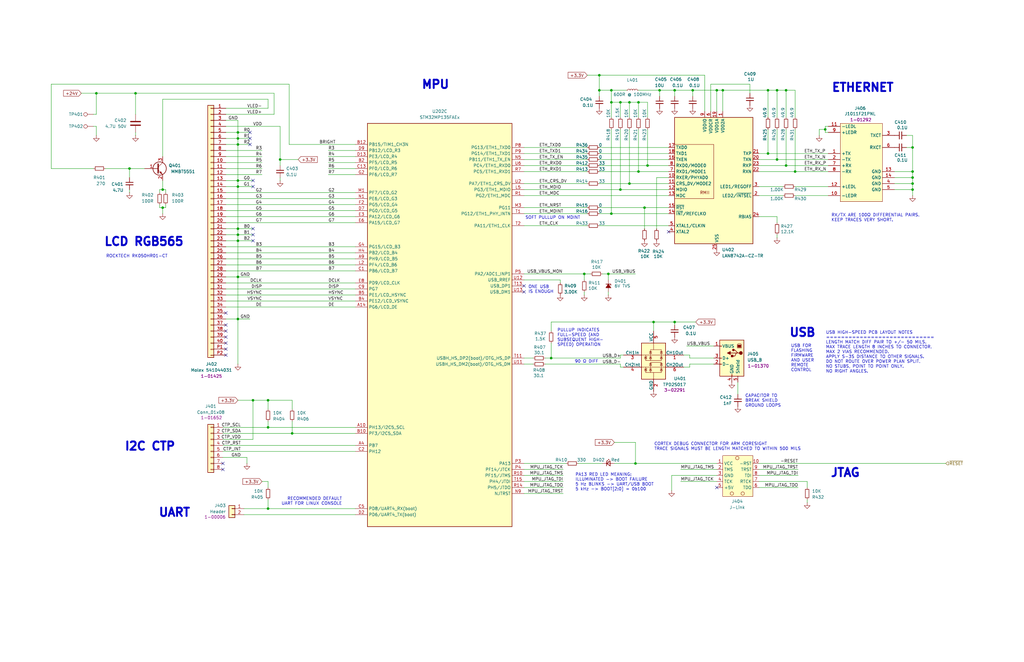
<source format=kicad_sch>
(kicad_sch (version 20231120) (generator "eeschema") (generator_version "8.0")
  (paper "B")
  (title_block (title "${TITLE}") (date "${ISSUE_DATE}") (rev "${REVISION}") (company "${COMPANY}"))
  (lib_symbols
    (symbol "Connector:TestPoint" (pin_numbers hide) (pin_names (offset 0.762) hide)
      (property "Reference" "TP" (at 0 6.858 0))
      (property "Value" "TestPoint" (at 0 5.08 0))
      (symbol "TestPoint_1_1"
        (pin passive line (at 0 0 90) (length 2.54) (name "1") (number "1"))
      )
    )
    (symbol "Connector:USB_B" (pin_names (offset 1.016))
      (property "Reference" "J" (at -5.08 11.43 0))
      (property "Value" "USB_B" (at -5.08 8.89 0))
      (symbol "USB_B_1_1"
        (pin power_out line (at 7.62 5.08 180) (length 2.54) (name "VBUS") (number "1"))
        (pin bidirectional line (at 7.62 -2.54 180) (length 2.54) (name "D-") (number "2"))
        (pin bidirectional line (at 7.62 0 180) (length 2.54) (name "D+") (number "3"))
        (pin power_out line (at 0 -10.16 90) (length 2.54) (name "GND") (number "4"))
        (pin passive line (at -2.54 -10.16 90) (length 2.54) (name "Shield") (number "5"))
      )
    )
    (symbol "Connector_Generic:Conn_01x02" (pin_names (offset 1.016) hide)
      (property "Reference" "J" (at 0 2.54 0))
      (property "Value" "Conn_01x02" (at 0 -5.08 0))
      (symbol "Conn_01x02_1_1"
        (pin passive line (at -5.08 0 0) (length 3.81) (name "Pin_1") (number "1"))
        (pin passive line (at -5.08 -2.54 0) (length 3.81) (name "Pin_2") (number "2"))
      )
    )
    (symbol "Connector_Generic:Conn_01x08" (pin_names (offset 1.016) hide)
      (property "Reference" "J" (at 0 10.16 0))
      (property "Value" "Conn_01x08" (at 0 -12.7 0))
      (symbol "Conn_01x08_1_1"
        (pin passive line (at -5.08 7.62 0) (length 3.81) (name "Pin_1") (number "1"))
        (pin passive line (at -5.08 5.08 0) (length 3.81) (name "Pin_2") (number "2"))
        (pin passive line (at -5.08 2.54 0) (length 3.81) (name "Pin_3") (number "3"))
        (pin passive line (at -5.08 0 0) (length 3.81) (name "Pin_4") (number "4"))
        (pin passive line (at -5.08 -2.54 0) (length 3.81) (name "Pin_5") (number "5"))
        (pin passive line (at -5.08 -5.08 0) (length 3.81) (name "Pin_6") (number "6"))
        (pin passive line (at -5.08 -7.62 0) (length 3.81) (name "Pin_7") (number "7"))
        (pin passive line (at -5.08 -10.16 0) (length 3.81) (name "Pin_8") (number "8"))
      )
    )
    (symbol "Device:C" (pin_numbers hide) (pin_names (offset 0.254))
      (property "Reference" "C" (at 0.635 2.54 0))
      (property "Value" "C" (at 0.635 -2.54 0))
      (symbol "C_1_1"
        (pin passive line (at 0 3.81 270) (length 2.794) (name "~") (number "1"))
        (pin passive line (at 0 -3.81 90) (length 2.794) (name "~") (number "2"))
      )
    )
    (symbol "Device:C_Small" (pin_numbers hide) (pin_names (offset 0.254) hide)
      (property "Reference" "C" (at 0.254 1.778 0))
      (property "Value" "C_Small" (at 0.254 -2.032 0))
      (symbol "C_Small_1_1"
        (pin passive line (at 0 2.54 270) (length 2.032) (name "~") (number "1"))
        (pin passive line (at 0 -2.54 90) (length 2.032) (name "~") (number "2"))
      )
    )
    (symbol "Device:D_Zener_Small_Filled" (pin_numbers hide) (pin_names (offset 0.254) hide)
      (property "Reference" "D" (at 0 2.286 0))
      (property "Value" "D_Zener_Small_Filled" (at 0 -2.286 0))
      (symbol "D_Zener_Small_Filled_1_1"
        (pin passive line (at -2.54 0 0) (length 1.778) (name "K") (number "1"))
        (pin passive line (at 2.54 0 180) (length 1.778) (name "A") (number "2"))
      )
    )
    (symbol "Device:LED_Small" (pin_numbers hide) (pin_names (offset 0.254) hide)
      (property "Reference" "D" (at -1.27 3.175 0))
      (property "Value" "LED_Small" (at -4.445 -2.54 0))
      (symbol "LED_Small_1_1"
        (pin passive line (at -2.54 0 0) (length 1.778) (name "K") (number "1"))
        (pin passive line (at 2.54 0 180) (length 1.778) (name "A") (number "2"))
      )
    )
    (symbol "Device:L_Small" (pin_numbers hide) (pin_names (offset 0.254) hide)
      (property "Reference" "L" (at 0.762 1.016 0))
      (property "Value" "L_Small" (at 0.762 -1.016 0))
      (symbol "L_Small_1_1"
        (pin passive line (at 0 2.54 270) (length 0.508) (name "~") (number "1"))
        (pin passive line (at 0 -2.54 90) (length 0.508) (name "~") (number "2"))
      )
    )
    (symbol "Device:Q_NPN_BEC" (pin_names (offset 0) hide)
      (property "Reference" "Q" (at 5.08 1.27 0))
      (property "Value" "Q_NPN_BEC" (at 5.08 -1.27 0))
      (symbol "Q_NPN_BEC_1_1"
        (pin input line (at -5.08 0 0) (length 5.715) (name "B") (number "1"))
        (pin passive line (at 2.54 -5.08 90) (length 2.54) (name "E") (number "2"))
        (pin passive line (at 2.54 5.08 270) (length 2.54) (name "C") (number "3"))
      )
    )
    (symbol "Device:R_Small" (pin_numbers hide) (pin_names (offset 0.254) hide)
      (property "Reference" "R" (at 0.762 0.508 0))
      (property "Value" "R_Small" (at 0.762 -1.016 0))
      (symbol "R_Small_1_1"
        (pin passive line (at 0 2.54 270) (length 0.762) (name "~") (number "1"))
        (pin passive line (at 0 -2.54 90) (length 0.762) (name "~") (number "2"))
      )
    )
    (symbol "Power_Protection:TPD2S017" (pin_names (offset 0))
      (property "Reference" "U" (at 2.54 8.89 0))
      (property "Value" "TPD2S017" (at 2.54 -8.89 0))
      (symbol "TPD2S017_1_1"
        (pin passive line (at 12.7 2.54 180) (length 7.62) (name "CH1Out") (number "1"))
        (pin power_in line (at 0 -12.7 90) (length 5.08) (name "GND") (number "2"))
        (pin passive line (at -12.7 2.54 0) (length 7.62) (name "CH1In") (number "3"))
        (pin passive line (at -12.7 -2.54 0) (length 7.62) (name "CH2Int") (number "4"))
        (pin power_in line (at 0 12.7 270) (length 5.08) (name "VCC") (number "5"))
        (pin passive line (at 12.7 -2.54 180) (length 7.62) (name "CH2Out") (number "6"))
      )
    )
    (symbol "SRS_MPU:STM32MP135FAEx"
      (property "Reference" "U" (at -16.51 53.594 0))
      (property "Value" "STM32MP135FAEx" (at -9.144 53.086 0))
      (symbol "STM32MP135FAEx_1_1"
        (pin power_in line (at 12.7 -120.65 90) (length 5.08) (name "VSS") (number "A1"))
        (pin passive line (at 10.16 -120.65 90) (length 5.08) (name "VSS") (number "A17"))
        (pin power_in line (at 66.04 2.54 180) (length 5.08) (name "VDDSD1") (number "C12"))
        (pin passive line (at 7.62 -120.65 90) (length 5.08) (name "VSS") (number "C8"))
        (pin power_in line (at 66.04 0 180) (length 5.08) (name "VDDSD2") (number "D11"))
        (pin passive line (at 5.08 -120.65 90) (length 5.08) (name "VSS") (number "D12"))
        (pin passive line (at 2.54 -120.65 90) (length 5.08) (name "VSS") (number "D3"))
        (pin power_in line (at 66.04 27.94 180) (length 5.08) (name "VDDQ_DDR") (number "E12"))
        (pin passive line (at 0 -120.65 90) (length 5.08) (name "VSS") (number "E5"))
        (pin power_in line (at -46.99 35.56 0) (length 5.08) (name "VDD") (number "F10"))
        (pin power_in line (at -46.99 33.02 0) (length 5.08) (name "VDD") (number "F11"))
        (pin power_in line (at 66.04 25.4 180) (length 5.08) (name "VDDQ_DDR") (number "F12"))
        (pin passive line (at -2.54 -120.65 90) (length 5.08) (name "VSS") (number "F13"))
        (pin passive line (at -5.08 -120.65 90) (length 5.08) (name "VSS") (number "F15"))
        (pin power_in line (at 66.04 43.18 180) (length 5.08) (name "VDDCPU") (number "F6"))
        (pin power_in line (at -46.99 38.1 0) (length 5.08) (name "VDD") (number "F7"))
        (pin power_in line (at 66.04 40.64 180) (length 5.08) (name "VDDCPU") (number "F8"))
        (pin power_in line (at 66.04 38.1 180) (length 5.08) (name "VDDCPU") (number "F9"))
        (pin passive line (at -7.62 -120.65 90) (length 5.08) (name "VSS") (number "G10"))
        (pin passive line (at -10.16 -120.65 90) (length 5.08) (name "VSS") (number "G11"))
        (pin power_in line (at 66.04 22.86 180) (length 5.08) (name "VDDQ_DDR") (number "G12"))
        (pin power_in line (at -46.99 30.48 0) (length 5.08) (name "VDD") (number "G6"))
        (pin passive line (at -12.7 -120.65 90) (length 5.08) (name "VSS") (number "G7"))
        (pin passive line (at -17.78 -120.65 90) (length 5.08) (name "VSS") (number "G8"))
        (pin passive line (at -20.32 -120.65 90) (length 5.08) (name "VSS") (number "G9"))
        (pin power_in line (at -46.99 -17.78 0) (length 5.08) (name "VDDCORE") (number "H10"))
        (pin passive line (at -22.86 -120.65 90) (length 5.08) (name "VSS") (number "H11"))
        (pin power_in line (at 66.04 20.32 180) (length 5.08) (name "VDDQ_DDR") (number "H12"))
        (pin passive line (at -25.4 -120.65 90) (length 5.08) (name "VSS") (number "H14"))
        (pin power_in line (at 66.04 35.56 180) (length 5.08) (name "VDDCPU") (number "H6"))
        (pin passive line (at -27.94 -120.65 90) (length 5.08) (name "VSS") (number "H7"))
        (pin power_in line (at -46.99 -12.7 0) (length 5.08) (name "VDDCORE") (number "H8"))
        (pin power_in line (at -46.99 -15.24 0) (length 5.08) (name "VDDCORE") (number "H9"))
        (pin power_in line (at -46.99 -22.86 0) (length 5.08) (name "VDDCORE") (number "J10"))
        (pin passive line (at -30.48 -120.65 90) (length 5.08) (name "VSS") (number "J11"))
        (pin power_in line (at 66.04 17.78 180) (length 5.08) (name "VDDQ_DDR") (number "J12"))
        (pin power_in line (at -46.99 -25.4 0) (length 5.08) (name "VDDCORE") (number "J13"))
        (pin power_in line (at -46.99 40.64 0) (length 5.08) (name "VBAT") (number "J2"))
        (pin power_in line (at 20.32 -120.65 90) (length 5.08) (name "VSS_PLL") (number "J4"))
        (pin power_in line (at 66.04 -5.08 180) (length 5.08) (name "VDD_PLL") (number "J5"))
        (pin power_in line (at 66.04 33.02 180) (length 5.08) (name "VDDCPU") (number "J6"))
        (pin passive line (at 58.42 -120.65 90) (length 5.08) (name "VSS") (number "J7"))
        (pin power_in line (at -46.99 -20.32 0) (length 5.08) (name "VDDCORE") (number "J8"))
        (pin passive line (at 55.88 -120.65 90) (length 5.08) (name "VSS") (number "J9"))
        (pin power_in line (at -46.99 -33.02 0) (length 5.08) (name "VDDCORE") (number "K10"))
        (pin passive line (at 53.34 -120.65 90) (length 5.08) (name "VSS") (number "K11"))
        (pin power_in line (at 66.04 15.24 180) (length 5.08) (name "VDDQ_DDR") (number "K12"))
        (pin passive line (at 50.8 -120.65 90) (length 5.08) (name "VSS") (number "K3"))
        (pin power_in line (at -46.99 27.94 0) (length 5.08) (name "VDD") (number "K6"))
        (pin passive line (at 48.26 -120.65 90) (length 5.08) (name "VSS") (number "K7"))
        (pin power_in line (at -46.99 -27.94 0) (length 5.08) (name "VDDCORE") (number "K8"))
        (pin power_in line (at -46.99 -30.48 0) (length 5.08) (name "VDDCORE") (number "K9"))
        (pin passive line (at 45.72 -120.65 90) (length 5.08) (name "VSS") (number "L10"))
        (pin passive line (at 43.18 -120.65 90) (length 5.08) (name "VSS") (number "L11"))
        (pin power_in line (at 66.04 12.7 180) (length 5.08) (name "VDDQ_DDR") (number "L12"))
        (pin power_in line (at -46.99 25.4 0) (length 5.08) (name "VDD") (number "L6"))
        (pin passive line (at 40.64 -120.65 90) (length 5.08) (name "VSS") (number "L7"))
        (pin passive line (at 38.1 -120.65 90) (length 5.08) (name "VSS") (number "L8"))
        (pin passive line (at 35.56 -120.65 90) (length 5.08) (name "VSS") (number "L9"))
        (pin power_in line (at -46.99 12.7 0) (length 5.08) (name "VDD") (number "M10"))
        (pin power_in line (at -46.99 10.16 0) (length 5.08) (name "VDD") (number "M11"))
        (pin power_in line (at 66.04 10.16 180) (length 5.08) (name "VDDQ_DDR") (number "M12"))
        (pin passive line (at 33.02 -120.65 90) (length 5.08) (name "VSS") (number "M15"))
        (pin power_in line (at 66.04 -2.54 180) (length 5.08) (name "VDD_ANA") (number "M4"))
        (pin power_in line (at 17.78 -120.65 90) (length 5.08) (name "VSS_ANA") (number "M5"))
        (pin power_in line (at -46.99 22.86 0) (length 5.08) (name "VDD") (number "M6"))
        (pin power_in line (at -46.99 20.32 0) (length 5.08) (name "VDD") (number "M7"))
        (pin power_in line (at -46.99 17.78 0) (length 5.08) (name "VDD") (number "M8"))
        (pin power_in line (at -46.99 15.24 0) (length 5.08) (name "VDD") (number "M9"))
        (pin power_in line (at 25.4 -120.65 90) (length 5.08) (name "VSS_USBHS") (number "N10"))
        (pin power_in line (at 66.04 -34.29 180) (length 5.08) (name "VDDA1V1_REG") (number "N11"))
        (pin power_in line (at 66.04 7.62 180) (length 5.08) (name "VDDQ_DDR") (number "N12"))
        (pin output line (at 66.04 -30.48 180) (length 5.08) (name "PWR_LP") (number "N13"))
        (pin passive line (at 30.48 -120.65 90) (length 5.08) (name "VSS") (number "N4"))
        (pin power_in line (at 15.24 -120.65 90) (length 5.08) (name "VSSA") (number "N7"))
        (pin bidirectional line (at -46.99 -58.42 0) (length 5.08) (name "PH0/OSC_IN") (number "P1"))
        (pin power_in line (at -46.99 0 0) (length 5.08) (name "VDD3V3_USBHS") (number "P10"))
        (pin passive line (at 27.94 -120.65 90) (length 5.08) (name "VSS") (number "P11"))
        (pin bidirectional line (at 66.04 -73.66 180) (length 5.08) (name "PI5/BOOT1") (number "P12"))
        (pin power_in line (at 22.86 -120.65 90) (length 5.08) (name "VSS_PLL2") (number "P13"))
        (pin bidirectional line (at -46.99 -71.12 0) (length 5.08) (name "PH1/OSC_OUT") (number "P2"))
        (pin input line (at 66.04 -20.32 180) (length 5.08) (name "VREF-") (number "P6"))
        (pin power_in line (at -46.99 5.08 0) (length 5.08) (name "VDDA") (number "P7"))
        (pin power_in line (at 66.04 -36.83 180) (length 5.08) (name "VDDA1V8_REG") (number "R11"))
        (pin bidirectional line (at 66.04 -71.12 180) (length 5.08) (name "PI6/BOOT2") (number "R12"))
        (pin power_in line (at 66.04 -7.62 180) (length 5.08) (name "VDD_PLL2") (number "R13"))
        (pin output line (at 66.04 -27.94 180) (length 5.08) (name "PWR_CPU_ON") (number "R3"))
        (pin passive line (at -38.1 -120.65 90) (length 5.08) (name "VSS") (number "R5"))
        (pin input line (at 66.04 -17.78 180) (length 5.08) (name "VREF+") (number "R6"))
        (pin passive line (at -35.56 -120.65 90) (length 5.08) (name "VSS") (number "R8"))
        (pin power_in line (at -46.99 7.62 0) (length 5.08) (name "VDD") (number "R9"))
        (pin bidirectional line (at -46.99 43.18 0) (length 5.08) (name "PDR_ON") (number "T10"))
        (pin bidirectional line (at 66.04 -22.86 180) (length 5.08) (name "BYPASS_REG1V8") (number "T14"))
        (pin passive line (at -33.02 -120.65 90) (length 5.08) (name "VSS") (number "U1"))
        (pin input line (at -46.99 -104.14 0) (length 5.08) (name "NRST") (number "U10"))
        (pin bidirectional line (at 66.04 -76.2 180) (length 5.08) (name "PI4/BOOT0") (number "U14"))
        (pin passive line (at -15.24 -120.65 90) (length 5.08) (name "VSS") (number "U17"))
      )
      (symbol "STM32MP135FAEx_2_1"
        (pin bidirectional line (at 12.7 -19.05 180) (length 5.08) (name "PD2/SDMMC1_CMD") (number "A15"))
        (pin bidirectional line (at 12.7 -31.75 180) (length 5.08) (name "PC9/SDMMC1_D1") (number "A16"))
        (pin bidirectional line (at 12.7 60.96 180) (length 5.08) (name "PA9/FMC_NWAIT") (number "A2"))
        (pin bidirectional line (at 12.7 48.26 180) (length 5.08) (name "PE7/FMC_D4") (number "A5"))
        (pin bidirectional line (at 12.7 63.5 180) (length 5.08) (name "PD5/FMC_NWE") (number "A6"))
        (pin bidirectional line (at 12.7 45.72 180) (length 5.08) (name "PE8/FMC_D5") (number "A7"))
        (pin bidirectional line (at 12.7 -13.97 180) (length 5.08) (name "PC10/SDMMC1_D2") (number "B14"))
        (pin bidirectional line (at 12.7 -24.13 180) (length 5.08) (name "PC12/SDMMC1_CK") (number "B15"))
        (pin bidirectional line (at -41.91 12.7 0) (length 5.08) (name "DDR_DQ4") (number "B16"))
        (pin bidirectional line (at -41.91 22.86 0) (length 5.08) (name "DDR_DQ0") (number "B17"))
        (pin bidirectional line (at 12.7 58.42 180) (length 5.08) (name "PD14/FMC_D0") (number "B3"))
        (pin bidirectional line (at 12.7 43.18 180) (length 5.08) (name "PE9/FMC_D6") (number "B6"))
        (pin bidirectional line (at 12.7 40.64 180) (length 5.08) (name "PE10/FMC_D7") (number "B8"))
        (pin bidirectional line (at 12.7 -16.51 180) (length 5.08) (name "PC11/SDMMC1_D3") (number "C14"))
        (pin bidirectional line (at -41.91 20.32 0) (length 5.08) (name "DDR_DQ1") (number "C15"))
        (pin bidirectional line (at -41.91 35.56 0) (length 5.08) (name "DDR_DQS0N") (number "C16"))
        (pin bidirectional line (at -41.91 33.02 0) (length 5.08) (name "DDR_DQS0P") (number "C17"))
        (pin bidirectional line (at 12.7 71.12 180) (length 5.08) (name "PD12/FMC_ALE") (number "C6"))
        (pin bidirectional line (at 12.7 55.88 180) (length 5.08) (name "PD15/FMC_D1") (number "C7"))
        (pin bidirectional line (at 12.7 -29.21 180) (length 5.08) (name "PC8/SDMMC_D0") (number "D14"))
        (pin bidirectional line (at -41.91 43.18 0) (length 5.08) (name "DDR_DQM0") (number "D15"))
        (pin bidirectional line (at -41.91 10.16 0) (length 5.08) (name "DDR_DQ5") (number "D16"))
        (pin bidirectional line (at -41.91 15.24 0) (length 5.08) (name "DDR_DQ3") (number "D17"))
        (pin bidirectional line (at 12.7 50.8 180) (length 5.08) (name "PD1/FMC_D3") (number "D5"))
        (pin bidirectional line (at 12.7 73.66 180) (length 5.08) (name "PG9/FMC_NCE") (number "E1"))
        (pin bidirectional line (at -41.91 17.78 0) (length 5.08) (name "DDR_DQ2") (number "E13"))
        (pin bidirectional line (at -41.91 7.62 0) (length 5.08) (name "DDR_DQ6") (number "E14"))
        (pin bidirectional line (at -41.91 5.08 0) (length 5.08) (name "DDR_DQ7") (number "E15"))
        (pin bidirectional line (at -41.91 76.2 0) (length 5.08) (name "DDR_A5") (number "E16"))
        (pin bidirectional line (at -41.91 -43.18 0) (length 5.08) (name "DDR_RESETN") (number "E17"))
        (pin bidirectional line (at 12.7 68.58 180) (length 5.08) (name "PD11/FMC_CLE") (number "E2"))
        (pin bidirectional line (at 12.7 53.34 180) (length 5.08) (name "PD0/FMC_D2") (number "E4"))
        (pin bidirectional line (at 12.7 66.04 180) (length 5.08) (name "PD4/FMC_NOE") (number "E7"))
        (pin bidirectional line (at -41.91 55.88 0) (length 5.08) (name "DDR_A13") (number "F14"))
        (pin bidirectional line (at -41.91 66.04 0) (length 5.08) (name "DDR_A9") (number "F16"))
        (pin bidirectional line (at -41.91 83.82 0) (length 5.08) (name "DDR_A2") (number "F17"))
        (pin bidirectional line (at -41.91 93.98 0) (length 5.08) (name "DDR_BA2") (number "G13"))
        (pin bidirectional line (at -41.91 71.12 0) (length 5.08) (name "DDR_A7") (number "G14"))
        (pin bidirectional line (at -41.91 81.28 0) (length 5.08) (name "DDR_A3") (number "G15"))
        (pin bidirectional line (at -41.91 88.9 0) (length 5.08) (name "DDR_A0") (number "G16"))
        (pin bidirectional line (at -41.91 99.06 0) (length 5.08) (name "DDR_BA0") (number "G17"))
        (pin bidirectional line (at -41.91 -45.72 0) (length 5.08) (name "DDR_WEN") (number "H13"))
        (pin bidirectional line (at -41.91 -38.1 0) (length 5.08) (name "DDR_ODT") (number "H15"))
        (pin bidirectional line (at -41.91 -30.48 0) (length 5.08) (name "DDR_CSN") (number "H16"))
        (pin bidirectional line (at -41.91 -40.64 0) (length 5.08) (name "DDR_RASN") (number "H17"))
        (pin bidirectional line (at -41.91 63.5 0) (length 5.08) (name "DDR_A10") (number "J14"))
        (pin bidirectional line (at -41.91 -20.32 0) (length 5.08) (name "DDR_CASN") (number "J15"))
        (pin bidirectional line (at -41.91 -27.94 0) (length 5.08) (name "DDR_CLKP") (number "J16"))
        (pin bidirectional line (at -41.91 -25.4 0) (length 5.08) (name "DDR_CLKN") (number "J17"))
        (pin bidirectional line (at -41.91 60.96 0) (length 5.08) (name "DDR_A11") (number "K13"))
        (pin bidirectional line (at -41.91 -22.86 0) (length 5.08) (name "DDR_CKE") (number "K14"))
        (pin bidirectional line (at -41.91 86.36 0) (length 5.08) (name "DDR_A1") (number "K15"))
        (pin bidirectional line (at -41.91 50.8 0) (length 5.08) (name "DDR_A15") (number "K16"))
        (pin bidirectional line (at -41.91 58.42 0) (length 5.08) (name "DDR_A12") (number "K17"))
        (pin bidirectional line (at -41.91 48.26 0) (length 5.08) (name "DDR_ATO") (number "L13"))
        (pin bidirectional line (at -41.91 -33.02 0) (length 5.08) (name "DDR_DTO0") (number "L14"))
        (pin bidirectional line (at -41.91 68.58 0) (length 5.08) (name "DDR_A8") (number "L15"))
        (pin bidirectional line (at -41.91 96.52 0) (length 5.08) (name "DDR_BA1") (number "L16"))
        (pin bidirectional line (at -41.91 53.34 0) (length 5.08) (name "DDR_A14") (number "L17"))
        (pin bidirectional line (at -41.91 -48.26 0) (length 5.08) (name "DDR_VREF") (number "M13"))
        (pin bidirectional line (at -41.91 78.74 0) (length 5.08) (name "DDR_A4") (number "M14"))
        (pin bidirectional line (at -41.91 -35.56 0) (length 5.08) (name "DDR_DTO1") (number "M16"))
        (pin bidirectional line (at -41.91 73.66 0) (length 5.08) (name "DDR_A6") (number "M17"))
        (pin bidirectional line (at -41.91 40.64 0) (length 5.08) (name "DDR_DQM1") (number "N14"))
        (pin bidirectional line (at -41.91 -2.54 0) (length 5.08) (name "DDR_DQ10") (number "N15"))
        (pin bidirectional line (at -41.91 2.54 0) (length 5.08) (name "DDR_DQ8") (number "N16"))
        (pin bidirectional line (at -41.91 -50.8 0) (length 5.08) (name "DDR_ZQ") (number "N17"))
        (pin output line (at 12.7 34.29 180) (length 5.08) (name "PWR_ON") (number "P14"))
        (pin bidirectional line (at -41.91 -5.08 0) (length 5.08) (name "DDR_DQ11") (number "P15"))
        (pin bidirectional line (at -41.91 -10.16 0) (length 5.08) (name "DDR_DQ13") (number "P16"))
        (pin bidirectional line (at -41.91 0 0) (length 5.08) (name "DDR_DQ9") (number "P17"))
        (pin bidirectional line (at -41.91 -7.62 0) (length 5.08) (name "DDR_DQ12") (number "R15"))
        (pin bidirectional line (at -41.91 30.48 0) (length 5.08) (name "DDR_DQS1N") (number "R16"))
        (pin bidirectional line (at -41.91 27.94 0) (length 5.08) (name "DDR_DQS1P") (number "R17"))
        (pin bidirectional line (at -41.91 -15.24 0) (length 5.08) (name "DDR_DQ15") (number "T16"))
        (pin bidirectional line (at -41.91 -12.7 0) (length 5.08) (name "DDR_DQ14") (number "T17"))
        (pin bidirectional line (at 12.7 -36.83 180) (length 5.08) (name "PI7") (number "U16"))
      )
      (symbol "STM32MP135FAEx_3_1"
        (pin bidirectional line (at -58.42 -35.56 0) (length 5.08) (name "PH13/I2C5_SCL") (number "A10"))
        (pin bidirectional line (at -58.42 15.24 0) (length 5.08) (name "PG6/LCD_DE") (number "A14"))
        (pin bidirectional line (at -58.42 -43.18 0) (length 5.08) (name "PB7") (number "A4"))
        (pin bidirectional line (at -58.42 35.56 0) (length 5.08) (name "PH9/LCD_B5") (number "A9"))
        (pin bidirectional line (at -58.42 -38.1 0) (length 5.08) (name "PF3/I2C5_SDA") (number "B10"))
        (pin bidirectional line (at -58.42 83.82 0) (length 5.08) (name "PB15/TIM1_CH3N") (number "B12"))
        (pin bidirectional line (at -58.42 76.2 0) (length 5.08) (name "PF5/LCD_R5") (number "B2"))
        (pin bidirectional line (at -58.42 17.78 0) (length 5.08) (name "PE12/LCD_VSYNC") (number "B4"))
        (pin bidirectional line (at -58.42 20.32 0) (length 5.08) (name "PE1/LCD_HSYNC") (number "B5"))
        (pin bidirectional line (at -58.42 30.48 0) (length 5.08) (name "PB6/LCD_B7") (number "C1"))
        (pin bidirectional line (at -58.42 73.66 0) (length 5.08) (name "PF0/LCD_R6") (number "C13"))
        (pin bidirectional line (at -58.42 -45.72 0) (length 5.08) (name "PH12") (number "C2"))
        (pin bidirectional line (at -58.42 -69.85 0) (length 5.08) (name "PD8/UART4_RX(boot)") (number "C5"))
        (pin bidirectional line (at -58.42 22.86 0) (length 5.08) (name "PG7") (number "C9"))
        (pin bidirectional line (at -58.42 78.74 0) (length 5.08) (name "PE3/LCD_R4") (number "D13"))
        (pin bidirectional line (at -58.42 -72.39 0) (length 5.08) (name "PD6/UART4_TX(boot)") (number "D2"))
        (pin bidirectional line (at -58.42 55.88 0) (length 5.08) (name "PG0/LCD_G5") (number "D7"))
        (pin bidirectional line (at -58.42 81.28 0) (length 5.08) (name "PB12/LCD_R3") (number "D9"))
        (pin bidirectional line (at -58.42 53.34 0) (length 5.08) (name "PA12/LCD_G6") (number "E3"))
        (pin bidirectional line (at -58.42 50.8 0) (length 5.08) (name "PA15/LCD_G7") (number "E6"))
        (pin bidirectional line (at -58.42 25.4 0) (length 5.08) (name "PD9/LCD_CLK") (number "E8"))
        (pin bidirectional line (at -58.42 58.42 0) (length 5.08) (name "PG5/LCD_G4") (number "F2"))
        (pin bidirectional line (at -58.42 71.12 0) (length 5.08) (name "PF6/LCD_R7") (number "G2"))
        (pin bidirectional line (at -58.42 40.64 0) (length 5.08) (name "PG15/LCD_B3") (number "G4"))
        (pin bidirectional line (at -58.42 38.1 0) (length 5.08) (name "PB2/LCD_B4") (number "H4"))
        (pin bidirectional line (at -58.42 33.02 0) (length 5.08) (name "PF4/LCD_B6") (number "L2"))
        (pin bidirectional line (at 12.7 64.77 180) (length 5.08) (name "PG3/ETH1_MDIO") (number "L5"))
        (pin bidirectional line (at -58.42 63.5 0) (length 5.08) (name "PF7/LCD_G2") (number "M1"))
        (pin bidirectional line (at 12.7 57.15 180) (length 5.08) (name "PG11") (number "M3"))
        (pin bidirectional line (at -58.42 60.96 0) (length 5.08) (name "PE6/LCD_G3") (number "N1"))
        (pin bidirectional line (at 12.7 77.47 180) (length 5.08) (name "PB11/ETH1_TX_EN") (number "N5"))
        (pin bidirectional line (at 12.7 -63.5 180) (length 5.08) (name "NJTRST") (number "N9"))
        (pin bidirectional line (at 12.7 -50.8 180) (length 5.08) (name "PA13") (number "P3"))
        (pin bidirectional line (at 12.7 -53.34 180) (length 5.08) (name "PF14/JTCK") (number "P4"))
        (pin bidirectional line (at 12.7 29.21 180) (length 5.08) (name "PA2/ADC1_INP1") (number "P5"))
        (pin bidirectional line (at 12.7 82.55 180) (length 5.08) (name "PG13/ETH1_TXD0") (number "P8"))
        (pin bidirectional line (at 12.7 80.01 180) (length 5.08) (name "PG14/ETH1_TXD1") (number "P9"))
        (pin bidirectional line (at 12.7 62.23 180) (length 5.08) (name "PG2/ETH1_MDC") (number "R1"))
        (pin bidirectional line (at 12.7 -55.88 180) (length 5.08) (name "PF15/JTMS") (number "R10"))
        (pin bidirectional line (at 12.7 -60.96 180) (length 5.08) (name "PH5/JTDO") (number "R14"))
        (pin bidirectional line (at 12.7 72.39 180) (length 5.08) (name "PC5/ETH1_RXD1") (number "R7"))
        (pin bidirectional line (at 12.7 54.61 180) (length 5.08) (name "PG12/ETH1_PHY_INTN") (number "T1"))
        (pin bidirectional line (at 12.7 -6.35 180) (length 5.08) (name "USBH_HS_DP2(boot)/OTG_HS_DP") (number "T11"))
        (pin bidirectional line (at 12.7 24.13 180) (length 5.08) (name "USB_DP1") (number "T13"))
        (pin bidirectional line (at 12.7 -58.42 180) (length 5.08) (name "PH4/JTDI") (number "T15"))
        (pin bidirectional line (at 12.7 49.53 180) (length 5.08) (name "PA11/ETH1_CLK") (number "T2"))
        (pin bidirectional line (at 12.7 -8.89 180) (length 5.08) (name "USBH_HS_DM2(boot)/OTG_HS_DM") (number "U11"))
        (pin bidirectional line (at 12.7 26.67 180) (length 5.08) (name "USB_RREF") (number "U12"))
        (pin bidirectional line (at 12.7 21.59 180) (length 5.08) (name "USB_DM1") (number "U13"))
        (pin bidirectional line (at 12.7 67.31 180) (length 5.08) (name "PA7/ETH1_CRS_DV") (number "U2"))
        (pin bidirectional line (at 12.7 74.93 180) (length 5.08) (name "PC4/ETH1_RXD0") (number "U6"))
      )
      (symbol "STM32MP135FAEx_4_1"
        (pin bidirectional line (at -38.1 -48.26 0) (length 5.08) (name "PC7/USART6_RX") (number "A11"))
        (pin bidirectional line (at -38.1 -43.18 0) (length 5.08) (name "PB9/UART5_TX") (number "A12"))
        (pin bidirectional line (at -38.1 -20.32 0) (length 5.08) (name "PB14/USART1_TX") (number "A13"))
        (pin bidirectional line (at -38.1 0 0) (length 5.08) (name "PD10/SPI4_NSS") (number "A3"))
        (pin bidirectional line (at -38.1 -35.56 0) (length 5.08) (name "PG4/USART3_RX") (number "A8"))
        (pin bidirectional line (at 33.02 44.45 180) (length 5.08) (name "PD3/I2C1_SDA") (number "B1"))
        (pin bidirectional line (at -38.1 -50.8 0) (length 5.08) (name "PC6/USART6_TX") (number "B11"))
        (pin bidirectional line (at -38.1 2.54 0) (length 5.08) (name "PB4/SPI4_SCK") (number "B13"))
        (pin bidirectional line (at 33.02 29.21 180) (length 5.08) (name "PH14/I2C3_SDA") (number "B7"))
        (pin bidirectional line (at 33.02 36.83 180) (length 5.08) (name "PF1/I2C2_SDA") (number "B9"))
        (pin bidirectional line (at -38.1 -40.64 0) (length 5.08) (name "PB5/UART5_RX") (number "C10"))
        (pin bidirectional line (at -38.1 -55.88 0) (length 5.08) (name "PB3/UART7_RX") (number "C11"))
        (pin bidirectional line (at -38.1 48.26 0) (length 5.08) (name "PE14/QUADSPI_BK1_NCS") (number "C3"))
        (pin bidirectional line (at -38.1 7.62 0) (length 5.08) (name "PE13/SPI4_MISO") (number "C4"))
        (pin bidirectional line (at 33.02 46.99 180) (length 5.08) (name "PB8/I2C1_SCL") (number "D1"))
        (pin bidirectional line (at -38.1 -33.02 0) (length 5.08) (name "PB10/USART3_TX") (number "D10"))
        (pin bidirectional line (at -38.1 5.08 0) (length 5.08) (name "PE11/SPI4_MOSI") (number "D4"))
        (pin bidirectional line (at -38.1 -63.5 0) (length 5.08) (name "PE0/UART8_RX") (number "D6"))
        (pin bidirectional line (at 33.02 24.13 180) (length 5.08) (name "PE15/I2C4_SCL") (number "D8"))
        (pin bidirectional line (at -38.1 12.7 0) (length 5.08) (name "PB13/SPI2_NSS") (number "E10"))
        (pin bidirectional line (at -38.1 17.78 0) (length 5.08) (name "PH10/SPI2_MOSI") (number "E11"))
        (pin bidirectional line (at 33.02 39.37 180) (length 5.08) (name "PF2/I2C2_SCL") (number "E9"))
        (pin bidirectional line (at -38.1 -10.16 0) (length 5.08) (name "PG10/SPI5_SCK") (number "F1"))
        (pin bidirectional line (at -38.1 -5.08 0) (length 5.08) (name "PG8/SPI5_MISO") (number "F3"))
        (pin bidirectional line (at -38.1 -58.42 0) (length 5.08) (name "PH2/UART7_TX") (number "F4"))
        (pin bidirectional line (at -38.1 -25.4 0) (length 5.08) (name "PH8/USART2_RX") (number "F5"))
        (pin bidirectional line (at -38.1 43.18 0) (length 5.08) (name "PF9/QUADSPI_BK1_IO1") (number "G1"))
        (pin bidirectional line (at -38.1 50.8 0) (length 5.08) (name "PF10/QUADSPI_CLK") (number "G3"))
        (pin bidirectional line (at -38.1 45.72 0) (length 5.08) (name "PF8/QUADSPI_BK1_IO0") (number "G5"))
        (pin bidirectional line (at -38.1 -12.7 0) (length 5.08) (name "PH11/SPI5_NSS") (number "H1"))
        (pin bidirectional line (at 33.02 -52.07 180) (length 5.08) (name "PI3") (number "H2"))
        (pin bidirectional line (at -38.1 38.1 0) (length 5.08) (name "PH7/QUADSPI_BK1_IO3") (number "H3"))
        (pin bidirectional line (at -38.1 -66.04 0) (length 5.08) (name "PE4/UART8_TX") (number "H5"))
        (pin bidirectional line (at -38.1 -17.78 0) (length 5.08) (name "PD13/USART1_RX") (number "J1"))
        (pin bidirectional line (at 33.02 -49.53 180) (length 5.08) (name "PI2") (number "J3"))
        (pin bidirectional line (at 33.02 -34.29 180) (length 5.08) (name "PC14") (number "K1"))
        (pin bidirectional line (at 33.02 -36.83 180) (length 5.08) (name "PC15") (number "K2"))
        (pin bidirectional line (at 33.02 -31.75 180) (length 5.08) (name "PC13") (number "K4"))
        (pin bidirectional line (at 33.02 -46.99 180) (length 5.08) (name "PI1") (number "K5"))
        (pin bidirectional line (at -38.1 -7.62 0) (length 5.08) (name "PE2/SPI5_MOSI") (number "L1"))
        (pin bidirectional line (at -38.1 15.24 0) (length 5.08) (name "PH6/SPI2_SCK") (number "L3"))
        (pin bidirectional line (at 33.02 -44.45 180) (length 5.08) (name "PI0") (number "L4"))
        (pin bidirectional line (at 33.02 21.59 180) (length 5.08) (name "PA8/I2C4_SDA") (number "M2"))
        (pin bidirectional line (at -38.1 20.32 0) (length 5.08) (name "PG1/SPI2_MISO") (number "N2"))
        (pin bidirectional line (at -38.1 40.64 0) (length 5.08) (name "PD7/QUADSPI_BK1_IO2") (number "N3"))
        (pin bidirectional line (at -38.1 -27.94 0) (length 5.08) (name "PF13/USART2_TX") (number "N6"))
        (pin bidirectional line (at -38.1 30.48 0) (length 5.08) (name "PA3/SPI1_MOSI") (number "N8"))
        (pin bidirectional line (at 33.02 31.75 180) (length 5.08) (name "PH3/I2C3_SCL") (number "R2"))
        (pin bidirectional line (at 33.02 -54.61 180) (length 5.08) (name "PA1") (number "R4"))
        (pin bidirectional line (at 33.02 -19.05 180) (length 5.08) (name "PA14") (number "T12"))
        (pin bidirectional line (at 33.02 -24.13 180) (length 5.08) (name "PC0") (number "T3"))
        (pin bidirectional line (at -38.1 25.4 0) (length 5.08) (name "PF12/SPI1_NSS") (number "T4"))
        (pin bidirectional line (at -38.1 33.02 0) (length 5.08) (name "PC3/SPI1_MISO") (number "T5"))
        (pin bidirectional line (at 33.02 -41.91 180) (length 5.08) (name "PF11") (number "T6"))
        (pin bidirectional line (at -38.1 27.94 0) (length 5.08) (name "PB1/SPI1_SCK") (number "T7"))
        (pin bidirectional line (at 33.02 -13.97 180) (length 5.08) (name "PA6") (number "T8"))
        (pin bidirectional line (at 33.02 -39.37 180) (length 5.08) (name "PE5") (number "T9"))
        (pin bidirectional line (at 33.02 -16.51 180) (length 5.08) (name "PA10") (number "U15"))
        (pin bidirectional line (at 33.02 -57.15 180) (length 5.08) (name "PA0") (number "U3"))
        (pin bidirectional line (at 33.02 -11.43 180) (length 5.08) (name "PA5") (number "U4"))
        (pin bidirectional line (at 33.02 -8.89 180) (length 5.08) (name "PA4") (number "U5"))
        (pin bidirectional line (at 33.02 -21.59 180) (length 5.08) (name "PB0") (number "U7"))
        (pin bidirectional line (at 33.02 -26.67 180) (length 5.08) (name "PC1") (number "U8"))
        (pin bidirectional line (at 33.02 -29.21 180) (length 5.08) (name "PC2") (number "U9"))
      )
    )
    (symbol "SRS_connector:J-Link"
      (property "Reference" "J" (at 6.096 2.032 0))
      (symbol "J-Link_1_1"
        (pin input line (at -2.54 -2.54 0) (length 2.54) (name "VCC") (number "1"))
        (pin input line (at 15.24 -2.54 180) (length 2.54) (name "-RST") (number "10"))
        (pin input line (at -2.54 -5.08 0) (length 2.54) (name "TMS") (number "2"))
        (pin input line (at -2.54 -7.62 0) (length 2.54) (name "GND") (number "3"))
        (pin input line (at -2.54 -10.16 0) (length 2.54) (name "TCK") (number "4"))
        (pin input line (at -2.54 -12.7 0) (length 2.54) (name "+5V") (number "5"))
        (pin input line (at 15.24 -12.7 180) (length 2.54) (name "TDO") (number "6"))
        (pin input line (at 15.24 -10.16 180) (length 2.54) (name "RTCK") (number "7"))
        (pin input line (at 15.24 -7.62 180) (length 2.54) (name "TDI") (number "8"))
        (pin input line (at 15.24 -5.08 180) (length 2.54) (name "TRST") (number "9"))
      )
    )
    (symbol "SRS_connector:J1011F21PNL"
      (property "Reference" "U" (at 9.398 9.144 0))
      (property "Value" "J1011F21PNL" (at 9.398 6.858 0))
      (property "SRS" "1-01292" (at 9.144 4.318 0))
      (symbol "J1011F21PNL_1_1"
        (pin bidirectional line (at 22.86 -10.16 180) (length 5.08) (name "+TX") (number "1"))
        (pin bidirectional line (at 22.86 -27.94 180) (length 5.08) (name "-LEDR") (number "10"))
        (pin bidirectional line (at 22.86 1.27 180) (length 5.08) (name "-LEDL") (number "11"))
        (pin bidirectional line (at 22.86 -24.13 180) (length 5.08) (name "+LEDL") (number "12"))
        (pin bidirectional line (at -5.08 -17.78 0) (length 5.08) (name "GND") (number "13"))
        (pin bidirectional line (at -5.08 -20.32 0) (length 5.08) (name "GND") (number "14"))
        (pin bidirectional line (at 22.86 -12.7 180) (length 5.08) (name "-TX") (number "2"))
        (pin bidirectional line (at -5.08 -2.54 0) (length 5.08) (name "TXCT") (number "3"))
        (pin bidirectional line (at -5.08 -22.86 0) (length 5.08) (name "GND") (number "4"))
        (pin bidirectional line (at -5.08 -25.4 0) (length 5.08) (name "GND") (number "5"))
        (pin bidirectional line (at -5.08 -7.62 0) (length 5.08) (name "RXCT") (number "6"))
        (pin bidirectional line (at 22.86 -15.24 180) (length 5.08) (name "+RX") (number "7"))
        (pin bidirectional line (at 22.86 -17.78 180) (length 5.08) (name "-RX") (number "8"))
        (pin bidirectional line (at 22.86 -1.27 180) (length 5.08) (name "+LEDR") (number "9"))
      )
    )
    (symbol "SRS_connector:Molex_541044031"
      (property "Reference" "J" (at 0 0 0))
      (property "Value" "Molex 541044031" (at 0 -2.286 0))
      (property "SRS" "1-01425" (at 0 -4.572 0))
      (symbol "Molex_541044031_1_1"
        (pin bidirectional line (at -5.08 -8.89 0) (length 5.08) (name "") (number "1"))
        (pin bidirectional line (at -5.08 -31.75 0) (length 5.08) (name "") (number "10"))
        (pin bidirectional line (at -5.08 -34.29 0) (length 5.08) (name "") (number "11"))
        (pin bidirectional line (at -5.08 -36.83 0) (length 5.08) (name "") (number "12"))
        (pin bidirectional line (at -5.08 -39.37 0) (length 5.08) (name "") (number "13"))
        (pin bidirectional line (at -5.08 -41.91 0) (length 5.08) (name "") (number "14"))
        (pin bidirectional line (at -5.08 -44.45 0) (length 5.08) (name "") (number "15"))
        (pin bidirectional line (at -5.08 -46.99 0) (length 5.08) (name "") (number "16"))
        (pin bidirectional line (at -5.08 -49.53 0) (length 5.08) (name "") (number "17"))
        (pin bidirectional line (at -5.08 -52.07 0) (length 5.08) (name "") (number "18"))
        (pin bidirectional line (at -5.08 -54.61 0) (length 5.08) (name "") (number "19"))
        (pin bidirectional line (at -5.08 -11.43 0) (length 5.08) (name "") (number "2"))
        (pin bidirectional line (at -5.08 -57.15 0) (length 5.08) (name "") (number "20"))
        (pin bidirectional line (at -5.08 -59.69 0) (length 5.08) (name "") (number "21"))
        (pin bidirectional line (at -5.08 -62.23 0) (length 5.08) (name "") (number "22"))
        (pin bidirectional line (at -5.08 -64.77 0) (length 5.08) (name "") (number "23"))
        (pin bidirectional line (at -5.08 -67.31 0) (length 5.08) (name "") (number "24"))
        (pin bidirectional line (at -5.08 -69.85 0) (length 5.08) (name "") (number "25"))
        (pin bidirectional line (at -5.08 -72.39 0) (length 5.08) (name "") (number "26"))
        (pin bidirectional line (at -5.08 -74.93 0) (length 5.08) (name "") (number "27"))
        (pin bidirectional line (at -5.08 -77.47 0) (length 5.08) (name "") (number "28"))
        (pin bidirectional line (at -5.08 -80.01 0) (length 5.08) (name "") (number "29"))
        (pin bidirectional line (at -5.08 -13.97 0) (length 5.08) (name "") (number "3"))
        (pin bidirectional line (at -5.08 -82.55 0) (length 5.08) (name "") (number "30"))
        (pin bidirectional line (at -5.08 -85.09 0) (length 5.08) (name "") (number "31"))
        (pin bidirectional line (at -5.08 -87.63 0) (length 5.08) (name "") (number "32"))
        (pin bidirectional line (at -5.08 -90.17 0) (length 5.08) (name "") (number "33"))
        (pin bidirectional line (at -5.08 -92.71 0) (length 5.08) (name "") (number "34"))
        (pin bidirectional line (at -5.08 -95.25 0) (length 5.08) (name "") (number "35"))
        (pin bidirectional line (at -5.08 -97.79 0) (length 5.08) (name "") (number "36"))
        (pin bidirectional line (at -5.08 -100.33 0) (length 5.08) (name "") (number "37"))
        (pin bidirectional line (at -5.08 -102.87 0) (length 5.08) (name "") (number "38"))
        (pin bidirectional line (at -5.08 -105.41 0) (length 5.08) (name "") (number "39"))
        (pin bidirectional line (at -5.08 -16.51 0) (length 5.08) (name "") (number "4"))
        (pin bidirectional line (at -5.08 -107.95 0) (length 5.08) (name "") (number "40"))
        (pin bidirectional line (at -5.08 -19.05 0) (length 5.08) (name "") (number "5"))
        (pin bidirectional line (at -5.08 -21.59 0) (length 5.08) (name "") (number "6"))
        (pin bidirectional line (at -5.08 -24.13 0) (length 5.08) (name "") (number "7"))
        (pin bidirectional line (at -5.08 -26.67 0) (length 5.08) (name "") (number "8"))
        (pin bidirectional line (at -5.08 -29.21 0) (length 5.08) (name "") (number "9"))
        (pin bidirectional line (at -5.08 -110.49 0) (length 5.08) (name "") (number "P1"))
        (pin bidirectional line (at -5.08 -113.03 0) (length 5.08) (name "") (number "P2"))
      )
    )
    (symbol "SRS_interface:LAN8742A-CZ-TR"
      (property "Reference" "U" (at -13.97 29.21 0))
      (property "Value" "LAN8742A-CZ-TR" (at 15.24 29.21 0))
      (symbol "LAN8742A-CZ-TR_0_0"
        (text "RMII" (at -5.08 -3.81 0) (effects (font (size 1.27 1.27))))
      )
      (symbol "LAN8742A-CZ-TR_1_1"
        (pin power_in line (at 2.54 30.48 270) (length 2.54) (name "VDD2A") (number "1"))
        (pin output line (at -20.32 2.54 0) (length 2.54) (name "RXER/PHYAD0") (number "10"))
        (pin bidirectional line (at -20.32 0 0) (length 2.54) (name "CRS_DV/MODE2") (number "11"))
        (pin bidirectional line (at -20.32 -2.54 0) (length 2.54) (name "MDIO") (number "12"))
        (pin input line (at -20.32 -5.08 0) (length 2.54) (name "MDC") (number "13"))
        (pin output line (at -20.32 -12.7 0) (length 2.54) (name "~{INT}/REFCLKO") (number "14"))
        (pin input line (at -20.32 -10.16 0) (length 2.54) (name "~{RST}") (number "15"))
        (pin input line (at -20.32 10.16 0) (length 2.54) (name "TXEN") (number "16"))
        (pin input line (at -20.32 15.24 0) (length 2.54) (name "TXD0") (number "17"))
        (pin input line (at -20.32 12.7 0) (length 2.54) (name "TXD1") (number "18"))
        (pin power_in line (at 0 30.48 270) (length 2.54) (name "VDD1A") (number "19"))
        (pin bidirectional line (at 17.78 -5.08 180) (length 2.54) (name "LED2/~{INTSEL}") (number "2"))
        (pin passive line (at 17.78 10.16 180) (length 2.54) (name "TXN") (number "20"))
        (pin passive line (at 17.78 12.7 180) (length 2.54) (name "TXP") (number "21"))
        (pin passive line (at 17.78 5.08 180) (length 2.54) (name "RXN") (number "22"))
        (pin passive line (at 17.78 7.62 180) (length 2.54) (name "RXP") (number "23"))
        (pin passive line (at 17.78 -13.97 180) (length 2.54) (name "RBIAS") (number "24"))
        (pin power_in line (at 0 -27.94 90) (length 2.54) (name "VSS") (number "25"))
        (pin bidirectional line (at 17.78 -1.27 180) (length 2.54) (name "LED1/REGOFF") (number "3"))
        (pin output line (at -20.32 -20.32 0) (length 2.54) (name "XTAL2") (number "4"))
        (pin input line (at -20.32 -17.78 0) (length 2.54) (name "XTAL1/CLKIN") (number "5"))
        (pin power_in line (at -2.54 30.48 270) (length 2.54) (name "VDDCR") (number "6"))
        (pin bidirectional line (at -20.32 5.08 0) (length 2.54) (name "RXD1/MODE1") (number "7"))
        (pin bidirectional line (at -20.32 7.62 0) (length 2.54) (name "RXD0/MODE0") (number "8"))
        (pin power_in line (at -5.08 30.48 270) (length 2.54) (name "VDDIO") (number "9"))
      )
    )
    (symbol "power:GND" (power) (pin_numbers hide) (pin_names (offset 0) hide)
      (property "Value" "GND" (at 0 -3.81 0))
      (symbol "GND_1_1"
        (pin power_in line (at 0 0 270) (length 0) (name "~") (number "1"))
      )
    )
  )
  (junction (at 54.61 71.12))
  (junction (at 384.81 80.01))
  (junction (at 232.41 151.13))
  (junction (at 284.48 38.1))
  (junction (at 384.81 62.23))
  (junction (at 123.19 182.88))
  (junction (at 252.73 31.75))
  (junction (at 68.58 87.63))
  (junction (at 106.68 168.91))
  (junction (at 267.97 195.58))
  (junction (at 327.66 38.1))
  (junction (at 302.26 38.1))
  (junction (at 40.64 39.37))
  (junction (at 304.8 38.1))
  (junction (at 256.54 115.57))
  (junction (at 284.48 135.89))
  (junction (at 68.58 80.01))
  (junction (at 331.47 38.1))
  (junction (at 269.24 72.39))
  (junction (at 100.33 99.06))
  (junction (at 100.33 76.2))
  (junction (at 100.33 60.96))
  (junction (at 261.62 80.01))
  (junction (at 257.81 90.17))
  (junction (at 100.33 116.84))
  (junction (at 269.24 43.18))
  (junction (at 331.47 69.85))
  (junction (at 252.73 38.1))
  (junction (at 347.98 54.61))
  (junction (at 113.03 180.34))
  (junction (at 273.05 69.85))
  (junction (at 100.33 55.88))
  (junction (at 113.03 214.63))
  (junction (at 261.62 43.18))
  (junction (at 323.85 38.1))
  (junction (at 271.78 87.63))
  (junction (at 265.43 43.18))
  (junction (at 113.03 168.91))
  (junction (at 323.85 64.77))
  (junction (at 384.81 74.93))
  (junction (at 118.11 67.31))
  (junction (at 100.33 58.42))
  (junction (at 335.28 72.39))
  (junction (at 100.33 134.62))
  (junction (at 257.81 43.18))
  (junction (at 292.1 38.1))
  (junction (at 265.43 77.47))
  (junction (at 384.81 72.39))
  (junction (at 257.81 38.1))
  (junction (at 384.81 77.47))
  (junction (at 327.66 67.31))
  (junction (at 100.33 101.6))
  (junction (at 275.59 135.89))
  (junction (at 100.33 96.52))
  (junction (at 246.38 115.57))
  (junction (at 278.13 38.1))
  (junction (at 100.33 78.74))
  (junction (at 57.15 39.37))
  (no_connect (at 302.26 205.74))
  (no_connect (at 220.98 123.19))
  (no_connect (at 93.98 195.58))
  (no_connect (at 106.68 76.2))
  (no_connect (at 95.25 142.24))
  (no_connect (at 105.41 60.96))
  (no_connect (at 105.41 58.42))
  (no_connect (at 105.41 55.88))
  (no_connect (at 106.68 96.52))
  (no_connect (at 106.68 101.6))
  (no_connect (at 95.25 144.78))
  (no_connect (at 106.68 99.06))
  (no_connect (at 95.25 147.32))
  (no_connect (at 220.98 120.65))
  (no_connect (at 281.94 97.79))
  (no_connect (at 93.98 198.12))
  (no_connect (at 95.25 137.16))
  (no_connect (at 95.25 139.7))
  (no_connect (at 106.68 78.74))
  (no_connect (at 95.25 149.86))
  (no_connect (at 95.25 132.08))
  (wire (pts (xy 384.81 82.55) (xy 384.81 80.01)))
  (wire (pts (xy 299.72 35.56) (xy 316.23 35.56)))
  (wire (pts (xy 113.03 41.91) (xy 113.03 45.72)))
  (wire (pts (xy 113.03 168.91) (xy 113.03 172.72)))
  (wire (pts (xy 113.03 214.63) (xy 102.87 214.63)))
  (wire (pts (xy 290.83 154.94) (xy 288.29 154.94)))
  (wire (pts (xy 304.8 46.99) (xy 304.8 38.1)))
  (wire (pts (xy 100.33 76.2) (xy 106.68 76.2)))
  (wire (pts (xy 290.83 149.86) (xy 290.83 151.13)))
  (wire (pts (xy 276.86 74.93) (xy 276.86 96.52)))
  (wire (pts (xy 300.99 146.05) (xy 289.56 146.05)))
  (wire (pts (xy 113.03 45.72) (xy 95.25 45.72)))
  (wire (pts (xy 220.98 64.77) (xy 247.65 64.77)))
  (wire (pts (xy 95.25 134.62) (xy 100.33 134.62)))
  (wire (pts (xy 377.19 74.93) (xy 384.81 74.93)))
  (wire (pts (xy 95.25 60.96) (xy 100.33 60.96)))
  (wire (pts (xy 149.86 214.63) (xy 113.03 214.63)))
  (wire (pts (xy 261.62 43.18) (xy 261.62 49.53)))
  (wire (pts (xy 335.28 72.39) (xy 349.25 72.39)))
  (wire (pts (xy 123.19 177.8) (xy 123.19 182.88)))
  (wire (pts (xy 95.25 93.98) (xy 149.86 93.98)))
  (wire (pts (xy 257.81 43.18) (xy 257.81 49.53)))
  (wire (pts (xy 224.79 151.13) (xy 220.98 151.13)))
  (wire (pts (xy 95.25 96.52) (xy 100.33 96.52)))
  (wire (pts (xy 320.04 203.2) (xy 340.36 203.2)))
  (wire (pts (xy 95.25 109.22) (xy 149.86 109.22)))
  (wire (pts (xy 113.03 180.34) (xy 149.86 180.34)))
  (wire (pts (xy 284.48 40.64) (xy 284.48 38.1)))
  (wire (pts (xy 320.04 64.77) (xy 323.85 64.77)))
  (wire (pts (xy 220.98 69.85) (xy 247.65 69.85)))
  (wire (pts (xy 100.33 116.84) (xy 100.33 134.62)))
  (wire (pts (xy 106.68 99.06) (xy 100.33 99.06)))
  (wire (pts (xy 237.49 200.66) (xy 220.98 200.66)))
  (wire (pts (xy 302.26 46.99) (xy 302.26 38.1)))
  (wire (pts (xy 95.25 101.6) (xy 100.33 101.6)))
  (wire (pts (xy 224.79 153.67) (xy 220.98 153.67)))
  (wire (pts (xy 327.66 38.1) (xy 327.66 49.53)))
  (wire (pts (xy 377.19 80.01) (xy 384.81 80.01)))
  (wire (pts (xy 252.73 95.25) (xy 281.94 95.25)))
  (wire (pts (xy 95.25 127) (xy 149.86 127)))
  (wire (pts (xy 93.98 180.34) (xy 113.03 180.34)))
  (wire (pts (xy 113.03 168.91) (xy 123.19 168.91)))
  (wire (pts (xy 121.92 60.96) (xy 149.86 60.96)))
  (wire (pts (xy 275.59 135.89) (xy 275.59 139.7)))
  (wire (pts (xy 246.38 115.57) (xy 220.98 115.57)))
  (wire (pts (xy 269.24 43.18) (xy 273.05 43.18)))
  (wire (pts (xy 252.73 31.75) (xy 252.73 38.1)))
  (wire (pts (xy 246.38 115.57) (xy 248.92 115.57)))
  (wire (pts (xy 100.33 134.62) (xy 100.33 153.67)))
  (wire (pts (xy 304.8 38.1) (xy 323.85 38.1)))
  (wire (pts (xy 290.83 149.86) (xy 288.29 149.86)))
  (wire (pts (xy 331.47 54.61) (xy 331.47 69.85)))
  (wire (pts (xy 236.22 118.11) (xy 236.22 119.38)))
  (wire (pts (xy 57.15 39.37) (xy 40.64 39.37)))
  (wire (pts (xy 269.24 38.1) (xy 278.13 38.1)))
  (wire (pts (xy 347.98 55.88) (xy 349.25 55.88)))
  (wire (pts (xy 113.03 177.8) (xy 113.03 180.34)))
  (wire (pts (xy 246.38 123.19) (xy 246.38 124.46)))
  (wire (pts (xy 106.68 168.91) (xy 113.03 168.91)))
  (wire (pts (xy 302.26 38.1) (xy 292.1 38.1)))
  (wire (pts (xy 345.44 57.15) (xy 345.44 54.61)))
  (wire (pts (xy 259.08 195.58) (xy 267.97 195.58)))
  (wire (pts (xy 60.96 71.12) (xy 54.61 71.12)))
  (wire (pts (xy 261.62 80.01) (xy 281.94 80.01)))
  (wire (pts (xy 40.64 39.37) (xy 34.29 39.37)))
  (wire (pts (xy 54.61 71.12) (xy 54.61 74.93)))
  (wire (pts (xy 300.99 153.67) (xy 290.83 153.67)))
  (wire (pts (xy 340.36 210.82) (xy 340.36 212.09)))
  (wire (pts (xy 220.98 82.55) (xy 281.94 82.55)))
  (wire (pts (xy 100.33 168.91) (xy 106.68 168.91)))
  (wire (pts (xy 100.33 76.2) (xy 100.33 78.74)))
  (wire (pts (xy 252.73 72.39) (xy 269.24 72.39)))
  (wire (pts (xy 110.49 68.58) (xy 95.25 68.58)))
  (wire (pts (xy 229.87 151.13) (xy 232.41 151.13)))
  (wire (pts (xy 93.98 193.04) (xy 104.14 193.04)))
  (wire (pts (xy 93.98 185.42) (xy 106.68 185.42)))
  (wire (pts (xy 57.15 39.37) (xy 115.57 39.37)))
  (wire (pts (xy 95.25 114.3) (xy 149.86 114.3)))
  (wire (pts (xy 68.58 80.01) (xy 67.31 80.01)))
  (wire (pts (xy 347.98 53.34) (xy 347.98 54.61)))
  (wire (pts (xy 256.54 123.19) (xy 256.54 124.46)))
  (wire (pts (xy 106.68 185.42) (xy 106.68 168.91)))
  (wire (pts (xy 257.81 38.1) (xy 264.16 38.1)))
  (wire (pts (xy 110.49 73.66) (xy 95.25 73.66)))
  (wire (pts (xy 290.83 153.67) (xy 290.83 154.94)))
  (wire (pts (xy 252.73 38.1) (xy 257.81 38.1)))
  (wire (pts (xy 327.66 54.61) (xy 327.66 67.31)))
  (wire (pts (xy 278.13 40.64) (xy 278.13 38.1)))
  (wire (pts (xy 21.59 71.12) (xy 21.59 35.56)))
  (wire (pts (xy 95.25 88.9) (xy 149.86 88.9)))
  (wire (pts (xy 252.73 90.17) (xy 257.81 90.17)))
  (wire (pts (xy 384.81 80.01) (xy 384.81 77.47)))
  (wire (pts (xy 69.85 87.63) (xy 69.85 86.36)))
  (wire (pts (xy 100.33 99.06) (xy 100.33 101.6)))
  (wire (pts (xy 68.58 76.2) (xy 68.58 80.01)))
  (wire (pts (xy 252.73 38.1) (xy 252.73 40.64)))
  (wire (pts (xy 320.04 72.39) (xy 335.28 72.39)))
  (wire (pts (xy 273.05 69.85) (xy 281.94 69.85)))
  (wire (pts (xy 220.98 95.25) (xy 247.65 95.25)))
  (wire (pts (xy 297.18 31.75) (xy 297.18 46.99)))
  (wire (pts (xy 320.04 205.74) (xy 336.55 205.74)))
  (wire (pts (xy 335.28 54.61) (xy 335.28 72.39)))
  (wire (pts (xy 257.81 38.1) (xy 257.81 43.18)))
  (wire (pts (xy 106.68 96.52) (xy 100.33 96.52)))
  (wire (pts (xy 93.98 182.88) (xy 123.19 182.88)))
  (wire (pts (xy 237.49 208.28) (xy 220.98 208.28)))
  (wire (pts (xy 347.98 53.34) (xy 349.25 53.34)))
  (wire (pts (xy 246.38 118.11) (xy 246.38 115.57)))
  (wire (pts (xy 265.43 54.61) (xy 265.43 77.47)))
  (wire (pts (xy 100.33 58.42) (xy 100.33 60.96)))
  (wire (pts (xy 299.72 46.99) (xy 299.72 35.56)))
  (wire (pts (xy 269.24 43.18) (xy 269.24 49.53)))
  (wire (pts (xy 320.04 198.12) (xy 336.55 198.12)))
  (wire (pts (xy 68.58 41.91) (xy 113.03 41.91)))
  (wire (pts (xy 320.04 82.55) (xy 330.2 82.55)))
  (wire (pts (xy 290.83 151.13) (xy 300.99 151.13)))
  (wire (pts (xy 382.27 62.23) (xy 384.81 62.23)))
  (wire (pts (xy 21.59 35.56) (xy 121.92 35.56)))
  (wire (pts (xy 384.81 62.23) (xy 384.81 57.15)))
  (wire (pts (xy 232.41 135.89) (xy 275.59 135.89)))
  (wire (pts (xy 95.25 81.28) (xy 149.86 81.28)))
  (wire (pts (xy 95.25 106.68) (xy 149.86 106.68)))
  (wire (pts (xy 261.62 43.18) (xy 265.43 43.18)))
  (wire (pts (xy 316.23 35.56) (xy 316.23 39.37)))
  (wire (pts (xy 252.73 77.47) (xy 265.43 77.47)))
  (wire (pts (xy 320.04 69.85) (xy 331.47 69.85)))
  (wire (pts (xy 138.43 68.58) (xy 149.86 68.58)))
  (wire (pts (xy 267.97 195.58) (xy 302.26 195.58)))
  (wire (pts (xy 100.33 101.6) (xy 100.33 116.84)))
  (wire (pts (xy 118.11 67.31) (xy 125.73 67.31)))
  (wire (pts (xy 265.43 43.18) (xy 265.43 49.53)))
  (wire (pts (xy 113.03 210.82) (xy 113.03 214.63)))
  (wire (pts (xy 123.19 168.91) (xy 123.19 172.72)))
  (wire (pts (xy 220.98 80.01) (xy 261.62 80.01)))
  (wire (pts (xy 110.49 203.2) (xy 113.03 203.2)))
  (wire (pts (xy 252.73 69.85) (xy 273.05 69.85)))
  (wire (pts (xy 284.48 135.89) (xy 284.48 137.16)))
  (wire (pts (xy 95.25 124.46) (xy 149.86 124.46)))
  (wire (pts (xy 220.98 195.58) (xy 238.76 195.58)))
  (wire (pts (xy 113.03 203.2) (xy 113.03 205.74)))
  (wire (pts (xy 384.81 74.93) (xy 384.81 72.39)))
  (wire (pts (xy 54.61 80.01) (xy 54.61 81.28)))
  (wire (pts (xy 105.41 134.62) (xy 100.33 134.62)))
  (wire (pts (xy 95.25 129.54) (xy 149.86 129.54)))
  (wire (pts (xy 121.92 35.56) (xy 121.92 60.96)))
  (wire (pts (xy 327.66 67.31) (xy 349.25 67.31)))
  (wire (pts (xy 271.78 87.63) (xy 271.78 96.52)))
  (wire (pts (xy 93.98 187.96) (xy 149.86 187.96)))
  (wire (pts (xy 54.61 71.12) (xy 44.45 71.12)))
  (wire (pts (xy 40.64 57.15) (xy 40.64 53.34)))
  (wire (pts (xy 257.81 43.18) (xy 261.62 43.18)))
  (wire (pts (xy 384.81 62.23) (xy 384.81 72.39)))
  (wire (pts (xy 39.37 48.26) (xy 40.64 48.26)))
  (wire (pts (xy 232.41 139.7) (xy 232.41 135.89)))
  (wire (pts (xy 247.65 31.75) (xy 252.73 31.75)))
  (wire (pts (xy 95.25 76.2) (xy 100.33 76.2)))
  (wire (pts (xy 40.64 53.34) (xy 39.37 53.34)))
  (wire (pts (xy 347.98 54.61) (xy 347.98 55.88)))
  (wire (pts (xy 68.58 87.63) (xy 67.31 87.63)))
  (wire (pts (xy 95.25 86.36) (xy 149.86 86.36)))
  (wire (pts (xy 311.15 166.37) (xy 311.15 161.29)))
  (wire (pts (xy 123.19 182.88) (xy 149.86 182.88)))
  (wire (pts (xy 254 115.57) (xy 256.54 115.57)))
  (wire (pts (xy 320.04 91.44) (xy 327.66 91.44)))
  (wire (pts (xy 57.15 57.15) (xy 57.15 55.88)))
  (wire (pts (xy 243.84 195.58) (xy 254 195.58)))
  (wire (pts (xy 278.13 38.1) (xy 284.48 38.1)))
  (wire (pts (xy 335.28 38.1) (xy 335.28 49.53)))
  (wire (pts (xy 118.11 53.34) (xy 118.11 67.31)))
  (wire (pts (xy 284.48 38.1) (xy 292.1 38.1)))
  (wire (pts (xy 95.25 91.44) (xy 149.86 91.44)))
  (wire (pts (xy 287.02 203.2) (xy 302.26 203.2)))
  (wire (pts (xy 271.78 87.63) (xy 281.94 87.63)))
  (wire (pts (xy 232.41 151.13) (xy 261.62 151.13)))
  (wire (pts (xy 237.49 203.2) (xy 220.98 203.2)))
  (wire (pts (xy 384.81 57.15) (xy 382.27 57.15)))
  (wire (pts (xy 345.44 54.61) (xy 347.98 54.61)))
  (wire (pts (xy 115.57 48.26) (xy 115.57 39.37)))
  (wire (pts (xy 57.15 39.37) (xy 57.15 48.26)))
  (wire (pts (xy 110.49 63.5) (xy 95.25 63.5)))
  (wire (pts (xy 105.41 58.42) (xy 100.33 58.42)))
  (wire (pts (xy 331.47 38.1) (xy 331.47 49.53)))
  (wire (pts (xy 331.47 38.1) (xy 335.28 38.1)))
  (wire (pts (xy 275.59 135.89) (xy 284.48 135.89)))
  (wire (pts (xy 106.68 78.74) (xy 100.33 78.74)))
  (wire (pts (xy 110.49 66.04) (xy 95.25 66.04)))
  (wire (pts (xy 320.04 195.58) (xy 398.78 195.58)))
  (wire (pts (xy 283.21 200.66) (xy 283.21 207.01)))
  (wire (pts (xy 220.98 90.17) (xy 247.65 90.17)))
  (wire (pts (xy 118.11 76.2) (xy 118.11 74.93)))
  (wire (pts (xy 293.37 135.89) (xy 284.48 135.89)))
  (wire (pts (xy 95.25 55.88) (xy 100.33 55.88)))
  (wire (pts (xy 229.87 153.67) (xy 261.62 153.67)))
  (wire (pts (xy 220.98 62.23) (xy 247.65 62.23)))
  (wire (pts (xy 104.14 195.58) (xy 104.14 193.04)))
  (wire (pts (xy 67.31 80.01) (xy 67.31 81.28)))
  (wire (pts (xy 256.54 115.57) (xy 256.54 118.11)))
  (wire (pts (xy 220.98 118.11) (xy 236.22 118.11)))
  (wire (pts (xy 269.24 72.39) (xy 281.94 72.39)))
  (wire (pts (xy 67.31 87.63) (xy 67.31 86.36)))
  (wire (pts (xy 95.25 104.14) (xy 149.86 104.14)))
  (wire (pts (xy 95.25 111.76) (xy 149.86 111.76)))
  (wire (pts (xy 105.41 116.84) (xy 100.33 116.84)))
  (wire (pts (xy 265.43 43.18) (xy 269.24 43.18)))
  (wire (pts (xy 95.25 99.06) (xy 100.33 99.06)))
  (wire (pts (xy 340.36 203.2) (xy 340.36 205.74)))
  (wire (pts (xy 106.68 101.6) (xy 100.33 101.6)))
  (wire (pts (xy 292.1 40.64) (xy 292.1 38.1)))
  (wire (pts (xy 138.43 66.04) (xy 149.86 66.04)))
  (wire (pts (xy 40.64 39.37) (xy 40.64 48.26)))
  (wire (pts (xy 21.59 71.12) (xy 39.37 71.12)))
  (wire (pts (xy 95.25 121.92) (xy 149.86 121.92)))
  (wire (pts (xy 68.58 66.04) (xy 68.58 41.91)))
  (wire (pts (xy 304.8 38.1) (xy 302.26 38.1)))
  (wire (pts (xy 335.28 82.55) (xy 349.25 82.55)))
  (wire (pts (xy 110.49 71.12) (xy 95.25 71.12)))
  (wire (pts (xy 100.33 60.96) (xy 100.33 76.2)))
  (wire (pts (xy 384.81 77.47) (xy 384.81 74.93)))
  (wire (pts (xy 323.85 38.1) (xy 323.85 49.53)))
  (wire (pts (xy 327.66 38.1) (xy 331.47 38.1)))
  (wire (pts (xy 259.08 186.69) (xy 267.97 186.69)))
  (wire (pts (xy 261.62 154.94) (xy 262.89 154.94)))
  (wire (pts (xy 220.98 72.39) (xy 247.65 72.39)))
  (wire (pts (xy 320.04 200.66) (xy 336.55 200.66)))
  (wire (pts (xy 252.73 67.31) (xy 281.94 67.31)))
  (wire (pts (xy 138.43 73.66) (xy 149.86 73.66)))
  (wire (pts (xy 252.73 31.75) (xy 297.18 31.75)))
  (wire (pts (xy 220.98 67.31) (xy 247.65 67.31)))
  (wire (pts (xy 149.86 217.17) (xy 102.87 217.17)))
  (wire (pts (xy 220.98 87.63) (xy 247.65 87.63)))
  (wire (pts (xy 95.25 83.82) (xy 149.86 83.82)))
  (wire (pts (xy 320.04 67.31) (xy 327.66 67.31)))
  (wire (pts (xy 100.33 50.8) (xy 100.33 55.88)))
  (wire (pts (xy 68.58 87.63) (xy 68.58 90.17)))
  (wire (pts (xy 323.85 38.1) (xy 327.66 38.1)))
  (wire (pts (xy 237.49 198.12) (xy 220.98 198.12)))
  (wire (pts (xy 95.25 53.34) (xy 118.11 53.34)))
  (wire (pts (xy 269.24 54.61) (xy 269.24 72.39)))
  (wire (pts (xy 69.85 80.01) (xy 69.85 81.28)))
  (wire (pts (xy 287.02 198.12) (xy 302.26 198.12)))
  (wire (pts (xy 261.62 54.61) (xy 261.62 80.01)))
  (wire (pts (xy 138.43 71.12) (xy 149.86 71.12)))
  (wire (pts (xy 100.33 78.74) (xy 100.33 96.52)))
  (wire (pts (xy 95.25 48.26) (xy 115.57 48.26)))
  (wire (pts (xy 95.25 58.42) (xy 100.33 58.42)))
  (wire (pts (xy 323.85 64.77) (xy 349.25 64.77)))
  (wire (pts (xy 261.62 153.67) (xy 261.62 154.94)))
  (wire (pts (xy 265.43 77.47) (xy 281.94 77.47)))
  (wire (pts (xy 276.86 74.93) (xy 281.94 74.93)))
  (wire (pts (xy 377.19 77.47) (xy 384.81 77.47)))
  (wire (pts (xy 118.11 69.85) (xy 118.11 67.31)))
  (wire (pts (xy 267.97 186.69) (xy 267.97 195.58)))
  (wire (pts (xy 257.81 90.17) (xy 281.94 90.17)))
  (wire (pts (xy 100.33 96.52) (xy 100.33 99.06)))
  (wire (pts (xy 256.54 115.57) (xy 267.97 115.57)))
  (wire (pts (xy 377.19 72.39) (xy 384.81 72.39)))
  (wire (pts (xy 320.04 78.74) (xy 330.2 78.74)))
  (wire (pts (xy 257.81 54.61) (xy 257.81 90.17)))
  (wire (pts (xy 138.43 63.5) (xy 149.86 63.5)))
  (wire (pts (xy 237.49 205.74) (xy 220.98 205.74)))
  (wire (pts (xy 323.85 54.61) (xy 323.85 64.77)))
  (wire (pts (xy 302.26 200.66) (xy 283.21 200.66)))
  (wire (pts (xy 273.05 54.61) (xy 273.05 69.85)))
  (wire (pts (xy 331.47 69.85) (xy 349.25 69.85)))
  (wire (pts (xy 261.62 151.13) (xy 261.62 149.86)))
  (wire (pts (xy 105.41 55.88) (xy 100.33 55.88)))
  (wire (pts (xy 95.25 50.8) (xy 100.33 50.8)))
  (wire (pts (xy 261.62 149.86) (xy 262.89 149.86)))
  (wire (pts (xy 93.98 190.5) (xy 149.86 190.5)))
  (wire (pts (xy 335.28 78.74) (xy 349.25 78.74)))
  (wire (pts (xy 232.41 144.78) (xy 232.41 151.13)))
  (wire (pts (xy 252.73 64.77) (xy 281.94 64.77)))
  (wire (pts (xy 100.33 55.88) (xy 100.33 58.42)))
  (wire (pts (xy 68.58 87.63) (xy 69.85 87.63)))
  (wire (pts (xy 105.41 60.96) (xy 100.33 60.96)))
  (wire (pts (xy 273.05 43.18) (xy 273.05 49.53)))
  (wire (pts (xy 252.73 62.23) (xy 281.94 62.23)))
  (wire (pts (xy 252.73 87.63) (xy 271.78 87.63)))
  (wire (pts (xy 95.25 78.74) (xy 100.33 78.74)))
  (wire (pts (xy 68.58 80.01) (xy 69.85 80.01)))
  (wire (pts (xy 327.66 99.06) (xy 327.66 100.33)))
  (wire (pts (xy 220.98 77.47) (xy 247.65 77.47)))
  (wire (pts (xy 95.25 116.84) (xy 100.33 116.84)))
  (wire (pts (xy 95.25 119.38) (xy 149.86 119.38)))
  (wire (pts (xy 327.66 91.44) (xy 327.66 93.98)))
  (text "USB" (at 344.17 140.462 0) (effects (font (size 3.5 3.5) (thickness 0.8) (bold yes)) (justify right)))
  (text "CAPACITOR TO\nBREAK SHIELD\nGROUND LOOPS" (at 314.198 166.37 0) (effects (font (size 1.27 1.27)) (justify left top)))
  (text "SOFT PULLUP ON MDINT" (at 221.488 91.186 0) (effects (font (size 1.27 1.27)) (justify left top)))
  (text "ETHERNET" (at 377.19 37.084 0) (effects (font (size 3.5 3.5) (thickness 0.8) (bold yes)) (justify right)))
  (text "ONE USB\nIS ENOUGH" (at 222.758 120.396 0) (effects (font (size 1.27 1.27)) (justify left top)))
  (text "MPU" (at 183.642 35.814 0) (effects (font (size 3.5 3.5) (thickness 0.8) (bold yes))))
  (text "I2C CTP" (at 52.324 188.468 0) (effects (font (size 3.5 3.5) (thickness 0.8) (bold yes)) (justify left)))
  (text "LCD RGB565" (at 43.688 102.108 0) (effects (font (size 3.5 3.5) (thickness 0.8) (bold yes)) (justify left)))
  (text "RX/TX ARE 100Ω DIFFERENTIAL PAIRS.\nKEEP TRACES VERY SHORT." (at 350.52 90.17 0) (effects (font (size 1.27 1.27)) (justify left top)))
  (text "PA13 RED LED MEANING:\nILLUMINATED -> BOOT FAILURE\n5 Hz BLINKS -> UART/USB BOOT\n5 kHz -> BOOT[2:0] = 0b100" (at 242.57 199.644 0) (effects (font (size 1.27 1.27)) (justify left top)))
  (text "RECOMMENDED DEFAULT\nUART FOR LINUX CONSOLE" (at 144.272 209.804 0) (effects (font (size 1.27 1.27)) (justify right top)))
  (text "JTAG" (at 350.012 199.644 0) (effects (font (size 3.5 3.5) (thickness 0.8) (bold yes)) (justify left)))
  (text "CORTEX DEBUG CONNECTOR FOR ARM CORESIGHT\nTRACE SIGNALS MUST BE LENGTH MATCHED TO WITHIN 500 MILS" (at 275.844 186.69 0) (effects (font (size 1.27 1.27)) (justify left top)))
  (text "UART" (at 80.518 216.408 0) (effects (font (size 3.5 3.5) (thickness 0.8) (bold yes)) (justify right)))
  (text "USB HIGH-SPEED PCB LAYOUT NOTES\n=============================\nLENGTH MATCH DIFF PAIR TO +/- 50 MILS.\nMAX TRACE LENGTH 8 INCHES TO CONNECTOR.\nMAX 2 VIAS RECOMMENDED.\nAPPLY S-3S DISTANCE TO OTHER SIGNALS.\nDO NOT ROUTE OVER POWER PLAN SPLIT.\nNO STUBS, POINT TO POINT ONLY.\nNO RIGHT ANGLES." (at 348.234 139.7 0) (effects (font (size 1.27 1.27)) (justify left top)))
  (text "PULLUP INDICATES\nFULL-SPEED (AND\nSUBSEQUENT HIGH-\nSPEED) OPERATION" (at 234.95 138.684 0) (effects (font (size 1.27 1.27)) (justify left top)))
  (text "USB FOR\nFLASHING\nFIRMWARE\nAND USER\nREMOTE\nCONTROL" (at 333.502 145.288 0) (effects (font (size 1.27 1.27)) (justify left top)))
  (text "90 Ω DIFF" (at 242.316 151.892 0) (effects (font (size 1.27 1.27)) (justify left top)))
  (text "ROCKTECH RK050HR01-CT" (at 44.704 107.442 0) (effects (font (size 1.27 1.27)) (justify left top)))
  (label "DISP" (at 138.43 121.92 0))
  (label "ETH_NRST" (at 227.33 87.63 0))
  (label "USB_VBUS" (at 289.56 146.05 0))
  (label "R4" (at 138.43 66.04 0))
  (label "G4" (at 138.43 86.36 0))
  (label "ETH_RX_N" (at 339.09 72.39 0))
  (label "CTP_INT" (at 101.6 190.5 180))
  (label "MPU_JTAG_TDO" (at 237.49 205.74 180))
  (label "ETH_MDINT" (at 227.33 90.17 0))
  (label "CTP_RST" (at 101.6 187.96 180))
  (label "G2" (at 110.49 81.28 180))
  (label "B4" (at 138.43 106.68 0))
  (label "VDD" (at 110.49 53.34 180))
  (label "ETH_TXD1" (at 227.33 64.77 0))
  (label "ETH_RXD1" (at 227.33 72.39 0))
  (label "MPU_JTAG_TCK" (at 287.02 203.2 0))
  (label "B0" (at 105.41 96.52 180))
  (label "G1" (at 105.41 78.74 180))
  (label "ETH_TX_N" (at 339.09 67.31 0))
  (label "G6" (at 138.43 91.44 0))
  (label "ETH_MDC" (at 227.33 82.55 0))
  (label "CTP_VDD" (at 101.6 185.42 180))
  (label "ETH_MDIO" (at 227.33 80.01 0))
  (label "B6" (at 110.49 111.76 180))
  (label "G2" (at 138.43 81.28 0))
  (label "R6" (at 138.43 71.12 0))
  (label "G7" (at 110.49 93.98 180))
  (label "VSYNC" (at 110.49 127 180))
  (label "ETH_TX_EN" (at 227.33 67.31 0))
  (label "DE" (at 138.43 129.54 0))
  (label "DE" (at 110.49 129.54 180))
  (label "G7" (at 138.43 93.98 0))
  (label "HSYNC" (at 110.49 124.46 180))
  (label "R4" (at 110.49 66.04 180))
  (label "R6" (at 110.49 71.12 180))
  (label "G0" (at 105.41 76.2 180))
  (label "BRIGHT" (at 134.62 60.96 0))
  (label "ETH_CRS_DV" (at 227.33 77.47 0))
  (label "VLED-" (at 110.49 45.72 180))
  (label "R1" (at 105.41 58.42 180))
  (label "B5" (at 138.43 109.22 0))
  (label "G6" (at 110.49 91.44 180))
  (label "GND" (at 101.6 193.04 180))
  (label "R5" (at 110.49 68.58 180))
  (label "G3" (at 110.49 83.82 180))
  (label "MPU_JTAG_TDI" (at 336.55 200.66 180))
  (label "R0" (at 105.41 55.88 180))
  (label "R7" (at 138.43 73.66 0))
  (label "DCLK" (at 110.49 119.38 180))
  (label "MPU_JTAG_TMS" (at 287.02 198.12 0))
  (label "B6" (at 138.43 111.76 0))
  (label "B4" (at 110.49 106.68 180))
  (label "G3" (at 138.43 83.82 0))
  (label "-RESET" (at 336.55 195.58 180))
  (label "R5" (at 138.43 68.58 0))
  (label "R3" (at 138.43 63.5 0))
  (label "DCLK" (at 138.43 119.38 0))
  (label "GND" (at 105.41 116.84 180))
  (label "ETH_CLK" (at 227.33 95.25 0))
  (label "VLED+" (at 110.49 48.26 180))
  (label "G5" (at 110.49 88.9 180))
  (label "MPU_JTAG_TRST" (at 336.55 198.12 180))
  (label "GND" (at 100.33 50.8 180))
  (label "MPU_JTAG_TCK" (at 237.49 198.12 180))
  (label "ETH_TX_P" (at 339.09 64.77 0))
  (label "G4" (at 110.49 86.36 180))
  (label "MPU_JTAG_TDO" (at 336.55 205.74 180))
  (label "USB_D+" (at 254 151.13 0))
  (label "B3" (at 138.43 104.14 0))
  (label "HSYNC" (at 138.43 124.46 0))
  (label "MPU_JTAG_TMS" (at 237.49 200.66 180))
  (label "R2" (at 105.41 60.96 180))
  (label "USB_VBUS_MON" (at 222.25 115.57 0))
  (label "CTP_SDA" (at 101.6 182.88 180))
  (label "MPU_JTAG_TDI" (at 237.49 203.2 180))
  (label "B7" (at 110.49 114.3 180))
  (label "G5" (at 138.43 88.9 0))
  (label "R3" (at 110.49 63.5 180))
  (label "B7" (at 138.43 114.3 0))
  (label "R7" (at 110.49 73.66 180))
  (label "GND" (at 105.41 134.62 180))
  (label "B5" (at 110.49 109.22 180))
  (label "B1" (at 105.41 99.06 180))
  (label "MPU_JTAG_TRST" (at 237.49 208.28 180))
  (label "USB_VBUS" (at 267.97 115.57 180))
  (label "B2" (at 105.41 101.6 180))
  (label "USB_D-" (at 254 153.67 0))
  (label "CTP_SCL" (at 101.6 180.34 180))
  (label "ETH_TXD0" (at 227.33 62.23 0))
  (label "ETH_RX_P" (at 339.09 69.85 0))
  (label "DISP" (at 110.49 121.92 180))
  (label "VSYNC" (at 138.43 127 0))
  (label "B3" (at 110.49 104.14 180))
  (label "ETH_RXD0" (at 227.33 69.85 0))
  (global_label "+3.3V" (shape input) (at 125.73 67.31 0) (property "Intersheetrefs" "${INTERSHEET_REFS}" (effects (hide yes))))
  (global_label "+3.3V" (shape input) (at 110.49 203.2 180) (property "Intersheetrefs" "${INTERSHEET_REFS}" (effects (hide yes))))
  (global_label "+3.3V" (shape input) (at 293.37 135.89 0) (property "Intersheetrefs" "${INTERSHEET_REFS}" (effects (hide yes))))
  (global_label "+3.3V" (shape input) (at 259.08 186.69 180) (property "Intersheetrefs" "${INTERSHEET_REFS}" (effects (hide yes))))
  (global_label "+24V" (shape input) (at 34.29 39.37 180) (property "Intersheetrefs" "${INTERSHEET_REFS}" (effects (hide yes))))
  (global_label "+3.3V" (shape input) (at 247.65 31.75 180) (property "Intersheetrefs" "${INTERSHEET_REFS}" (effects (hide yes))))
  (global_label "+3.3V" (shape input) (at 100.33 168.91 180) (property "Intersheetrefs" "${INTERSHEET_REFS}" (effects (hide yes))))
  (hierarchical_label "~{RESET}" (shape input) (at 398.78 195.58 0))
  (symbol (lib_id "power:GND") (at 100.33 153.67 0) (unit 1)
    (property "Reference" "#PWR0405" (effects (hide yes)))
    (property "Value" "GND" (effects (hide yes)))
    (property "Description" "Power symbol creates a global label with name \"GND\" , ground" (effects (hide yes)))
  )
  (symbol (lib_id "Device:R_Small") (at 227.33 153.67 90) (unit 1)
    (property "Reference" "R408" (at 229.87 156.21 90) (effects (justify left)))
    (property "Value" "30.1" (at 229.362 158.496 90) (effects (justify left)))
    (property "Footprint" "Resistor_SMD:R_0402_1005Metric" (effects (hide yes)))
    (property "Description" "Resistor, small symbol" (effects (hide yes)))
    (property "JLCPCB" "C67234" (effects (hide yes)))
  )
  (symbol (lib_id "Device:R_Small") (at 236.22 121.92 0) (mirror y) (unit 1)
    (property "Reference" "R409" (at 243.078 120.65 0) (effects (justify left)))
    (property "Value" "3.00K" (at 243.586 123.19 0) (effects (justify left)))
    (property "Footprint" "Resistor_SMD:R_0603_1608Metric" (effects (hide yes)))
    (property "Description" "Resistor, small symbol" (effects (hide yes)))
    (property "JLCPCB" "C4211" (effects (hide yes)))
  )
  (symbol (lib_id "Connector_Generic:Conn_01x08") (at 88.9 187.96 0) (mirror y) (unit 1)
    (property "Reference" "J401" (at 88.9 171.45 0))
    (property "Value" "Conn_01x08" (at 88.9 173.99 0))
    (property "Footprint" "SRS_connectors:CONN6x1_FH34SRJ-6S-0.5SH50_HIR" (effects (hide yes)))
    (property "Description" "Generic connector, single row, 01x08, script generated (kicad-library-utils/schlib/autogen/connector/)" (effects (hide yes)))
    (property "SRS" "1-01652" (at 89.154 176.276 0))
    (property "MPN" "FH34SRJ-6S-0.5SH(50)" (effects (hide yes)))
    (property "JLCPCB" "C5213748" (effects (hide yes)))
    (property "Alternative" "HC-FPC-05-09-6RLTAG" (effects (hide yes)))
  )
  (symbol (lib_id "Device:R_Small") (at 227.33 151.13 90) (mirror x) (unit 1)
    (property "Reference" "R407" (at 230.124 146.558 90) (effects (justify left)))
    (property "Value" "30.1" (at 229.616 148.844 90) (effects (justify left)))
    (property "Footprint" "Resistor_SMD:R_0402_1005Metric" (effects (hide yes)))
    (property "Description" "Resistor, small symbol" (effects (hide yes)))
    (property "JLCPCB" "C67234" (effects (hide yes)))
  )
  (symbol (lib_id "Device:R_Small") (at 257.81 52.07 0) (unit 1)
    (property "Reference" "R418" (at 256.54 59.436 90) (effects (justify left)))
    (property "Value" "10K" (at 256.54 49.784 90) (effects (justify left)))
    (property "Footprint" "Resistor_SMD:R_0402_1005Metric" (effects (hide yes)))
    (property "Description" "Resistor, small symbol" (effects (hide yes)))
    (property "JLCPCB" "C25744" (effects (hide yes)))
  )
  (symbol (lib_id "Device:R_Small") (at 327.66 96.52 0) (unit 1)
    (property "Reference" "R427" (at 329.184 95.504 0) (effects (justify left)))
    (property "Value" "12.1K" (at 329.184 97.79 0) (effects (justify left)))
    (property "Footprint" "Resistor_SMD:R_0402_1005Metric" (effects (hide yes)))
    (property "Description" "Resistor, small symbol" (effects (hide yes)))
    (property "JLCPCB" "C25852" (effects (hide yes)))
  )
  (symbol (lib_id "Device:R_Small") (at 250.19 69.85 270) (unit 1)
    (property "Reference" "R412" (at 242.824 68.834 90) (effects (justify left)))
    (property "Value" "33" (at 252.476 68.834 90) (effects (justify left)))
    (property "Footprint" "Resistor_SMD:R_0402_1005Metric" (effects (hide yes)))
    (property "Description" "Resistor, small symbol" (effects (hide yes)))
    (property "JLCPCB" "C25105" (effects (hide yes)))
  )
  (symbol (lib_id "power:GND") (at 327.66 100.33 0) (mirror y) (unit 1)
    (property "Reference" "#PWR0424" (effects (hide yes)))
    (property "Value" "GND" (effects (hide yes)))
    (property "Description" "Power symbol creates a global label with name \"GND\" , ground" (effects (hide yes)))
  )
  (symbol (lib_id "Device:R_Small") (at 69.85 83.82 180) (unit 1)
    (property "Reference" "R403" (at 74.93 82.296 0))
    (property "Value" "100R" (at 74.93 84.836 0))
    (property "Footprint" "Resistor_SMD:R_0402_1005Metric" (effects (hide yes)))
    (property "Description" "Resistor, small symbol" (effects (hide yes)))
    (property "JLCPCB" "C25076" (effects (hide yes)))
  )
  (symbol (lib_id "Device:C_Small") (at 379.73 57.15 90) (unit 1)
    (property "Reference" "C410" (at 382.27 51.562 90) (effects (justify left)))
    (property "Value" "0.1U" (at 382.778 53.848 90) (effects (justify left)))
    (property "Footprint" "Capacitor_SMD:C_0402_1005Metric" (effects (hide yes)))
    (property "Description" "Unpolarized capacitor, small symbol" (effects (hide yes)))
    (property "JLCPCB" "C307331" (effects (hide yes)))
  )
  (symbol (lib_id "Device:R_Small") (at 327.66 52.07 0) (unit 1)
    (property "Reference" "R426" (at 326.39 59.436 90) (effects (justify left)))
    (property "Value" "49.9" (at 326.39 49.784 90) (effects (justify left)))
    (property "Footprint" "Resistor_SMD:R_0402_1005Metric" (effects (hide yes)))
    (property "Description" "Resistor, small symbol" (effects (hide yes)))
    (property "JLCPCB" "C25120" (effects (hide yes)))
  )
  (symbol (lib_id "Device:R_Small") (at 241.3 195.58 90) (unit 1)
    (property "Reference" "R410" (at 239.268 194.056 90) (effects (justify left)))
    (property "Value" "330" (at 247.142 194.056 90) (effects (justify left)))
    (property "Footprint" "Resistor_SMD:R_0402_1005Metric" (effects (hide yes)))
    (property "Description" "Resistor, small symbol" (effects (hide yes)))
    (property "JLCPCB" "C25104" (effects (hide yes)))
  )
  (symbol (lib_id "power:GND") (at 118.11 76.2 0) (unit 1)
    (property "Reference" "#PWR0407" (effects (hide yes)))
    (property "Value" "GND" (effects (hide yes)))
    (property "Description" "Power symbol creates a global label with name \"GND\" , ground" (effects (hide yes)))
  )
  (symbol (lib_id "Device:R_Small") (at 271.78 99.06 0) (unit 1)
    (property "Reference" "R422" (at 268.986 105.918 0) (effects (justify left)))
    (property "Value" "10K" (at 270.002 108.204 0) (effects (justify left)))
    (property "Footprint" "Resistor_SMD:R_0402_1005Metric" (effects (hide yes)))
    (property "Description" "Resistor, small symbol" (effects (hide yes)))
    (property "JLCPCB" "C25744" (effects (hide yes)))
  )
  (symbol (lib_id "Device:R_Small") (at 340.36 208.28 0) (unit 1)
    (property "Reference" "R432" (at 342.392 209.804 0) (effects (justify left)))
    (property "Value" "10K" (at 342.392 207.264 0) (effects (justify left)))
    (property "Footprint" "Resistor_SMD:R_0402_1005Metric" (effects (hide yes)))
    (property "Description" "Resistor, small symbol" (effects (hide yes)))
    (property "JLCPCB" "C25744" (effects (hide yes)))
  )
  (symbol (lib_id "SRS_MPU:STM32MP135FAEx") (at 208.28 144.78 0) (unit 3)
    (property "Reference" "U202" (at 185.42 46.99 0))
    (property "Value" "STM32MP135FAEx" (at 185.42 49.53 0))
    (property "Footprint" "Package_BGA:LFBGA-289_14x14mm_Layout17x17_P0.8mm" (effects (hide yes)))
    (property "Datasheet" "https://www.st.com/resource/en/datasheet/stm32mp135f.pdf" (effects (hide yes)))
    (property "Description" "STMicroelectronics Arm Cortex-A7 MCU, 0KB flash, 168KB RAM, 136 GPIO, LFBGA289" (effects (hide yes)))
    (property "JLCPCB" "C7501745" (effects (hide yes)))
  )
  (symbol (lib_id "power:GND") (at 283.21 207.01 0) (unit 1)
    (property "Reference" "#PWR0416" (effects (hide yes)))
    (property "Value" "GND" (effects (hide yes)))
    (property "Description" "Power symbol creates a global label with name \"GND\" , ground" (effects (hide yes)))
  )
  (symbol (lib_id "Device:C_Small") (at 292.1 43.18 0) (mirror y) (unit 1)
    (property "Reference" "C408" (at 294.894 33.528 0) (effects (justify left)))
    (property "Value" "0.1U" (at 295.148 36.068 0) (effects (justify left)))
    (property "Footprint" "Capacitor_SMD:C_0402_1005Metric" (effects (hide yes)))
    (property "Description" "Unpolarized capacitor, small symbol" (effects (hide yes)))
    (property "JLCPCB" "C307331" (effects (hide yes)))
  )
  (symbol (lib_id "Device:R_Small") (at 123.19 175.26 0) (unit 1)
    (property "Reference" "R406" (at 125.222 176.784 0) (effects (justify left)))
    (property "Value" "10K" (at 125.222 174.244 0) (effects (justify left)))
    (property "Footprint" "Resistor_SMD:R_0402_1005Metric" (effects (hide yes)))
    (property "Description" "Resistor, small symbol" (effects (hide yes)))
    (property "JLCPCB" "C25744" (effects (hide yes)))
  )
  (symbol (lib_id "power:GND") (at 236.22 124.46 0) (mirror y) (unit 1)
    (property "Reference" "#PWR0408" (effects (hide yes)))
    (property "Value" "GND" (effects (hide yes)))
    (property "Description" "Power symbol creates a global label with name \"GND\" , ground" (effects (hide yes)))
  )
  (symbol (lib_id "power:GND") (at 57.15 57.15 0) (mirror y) (unit 1)
    (property "Reference" "#PWR0403" (effects (hide yes)))
    (property "Value" "GND" (effects (hide yes)))
    (property "Description" "Power symbol creates a global label with name \"GND\" , ground" (effects (hide yes)))
  )
  (symbol (lib_id "Device:R_Small") (at 250.19 90.17 270) (unit 1)
    (property "Reference" "R416" (at 242.824 89.154 90) (effects (justify left)))
    (property "Value" "0" (at 252.476 89.154 90) (effects (justify left)))
    (property "Footprint" "Resistor_SMD:R_0402_1005Metric" (effects (hide yes)))
    (property "Description" "Resistor, small symbol" (effects (hide yes)))
    (property "JLCPCB" "C17168" (effects (hide yes)))
  )
  (symbol (lib_id "Device:R_Small") (at 250.19 62.23 270) (unit 1)
    (property "Reference" "R436" (at 242.824 61.214 90) (effects (justify left)))
    (property "Value" "0" (at 252.476 61.214 90) (effects (justify left)))
    (property "Footprint" "Resistor_SMD:R_0402_1005Metric" (effects (hide yes)))
    (property "Description" "Resistor, small symbol" (effects (hide yes)))
    (property "JLCPCB" "C17168" (effects (hide yes)))
  )
  (symbol (lib_id "Device:R_Small") (at 232.41 142.24 0) (mirror y) (unit 1)
    (property "Reference" "R437" (at 230.378 140.716 0) (effects (justify left)))
    (property "Value" "1.5K" (at 230.124 143.002 0) (effects (justify left)))
    (property "Footprint" "Resistor_SMD:R_0402_1005Metric" (effects (hide yes)))
    (property "Description" "Resistor, small symbol" (effects (hide yes)))
    (property "JLCPCB" "C25867" (effects (hide yes)))
  )
  (symbol (lib_id "power:GND") (at 284.48 45.72 0) (mirror y) (unit 1)
    (property "Reference" "#PWR0417" (effects (hide yes)))
    (property "Value" "GND" (effects (hide yes)))
    (property "Description" "Power symbol creates a global label with name \"GND\" , ground" (effects (hide yes)))
  )
  (symbol (lib_id "Connector_Generic:Conn_01x02") (at 97.79 214.63 0) (mirror y) (unit 1)
    (property "Reference" "J403" (at 95.25 213.36 0) (effects (justify left)))
    (property "Value" "Header" (at 95.25 215.9 0) (effects (justify left)))
    (property "Footprint" "Connector_PinHeader_2.54mm:PinHeader_1x02_P2.54mm_Vertical" (effects (hide yes)))
    (property "Description" "Generic connector, single row, 01x02, script generated (kicad-library-utils/schlib/autogen/connector/)" (effects (hide yes)))
    (property "SRS" "1-00006" (at 90.678 218.1861 0))
  )
  (symbol (lib_id "Device:R_Small") (at 332.74 82.55 90) (unit 1)
    (property "Reference" "R430" (at 340.106 83.82 90) (effects (justify left)))
    (property "Value" "1.00K" (at 330.454 83.82 90) (effects (justify left)))
    (property "Footprint" "Resistor_SMD:R_0402_1005Metric" (effects (hide yes)))
    (property "Description" "Resistor, small symbol" (effects (hide yes)))
    (property "JLCPCB" "C11702" (effects (hide yes)))
  )
  (symbol (lib_id "Connector:TestPoint") (at 39.37 48.26 90) (unit 1) (in_bom no)
    (property "Reference" "TP401" (at 35.052 48.26 90) (effects (justify left)))
    (property "Value" "Keystone 5005 (red)" (effects (hide yes)))
    (property "Footprint" "TestPoint:TestPoint_Keystone_5005-5009_Compact" (effects (hide yes)))
    (property "Description" "test point" (effects (hide yes)))
  )
  (symbol (lib_id "Device:LED_Small") (at 256.54 195.58 0) (unit 1)
    (property "Reference" "D402" (at 255.016 194.056 0) (effects (justify right)))
    (property "Value" "Red" (at 261.366 194.056 0) (effects (justify right)))
    (property "Footprint" "LED_SMD:LED_0603_1608Metric" (effects (hide yes)))
    (property "Description" "Light emitting diode, small symbol" (effects (hide yes)))
    (property "JLCPCB" "C2286" (effects (hide yes)))
  )
  (symbol (lib_id "power:GND") (at 40.64 57.15 0) (mirror y) (unit 1)
    (property "Reference" "#PWR0401" (effects (hide yes)))
    (property "Value" "GND" (effects (hide yes)))
    (property "Description" "Power symbol creates a global label with name \"GND\" , ground" (effects (hide yes)))
  )
  (symbol (lib_id "Device:R_Small") (at 331.47 52.07 0) (unit 1)
    (property "Reference" "R428" (at 330.2 59.436 90) (effects (justify left)))
    (property "Value" "49.9" (at 330.2 49.784 90) (effects (justify left)))
    (property "Footprint" "Resistor_SMD:R_0402_1005Metric" (effects (hide yes)))
    (property "Description" "Resistor, small symbol" (effects (hide yes)))
    (property "JLCPCB" "C25120" (effects (hide yes)))
  )
  (symbol (lib_id "Device:R_Small") (at 273.05 52.07 0) (unit 1)
    (property "Reference" "R423" (at 271.78 59.436 90) (effects (justify left)))
    (property "Value" "10K" (at 271.78 49.784 90) (effects (justify left)))
    (property "Footprint" "Resistor_SMD:R_0402_1005Metric" (effects (hide yes)))
    (property "Description" "Resistor, small symbol" (effects (hide yes)))
    (property "JLCPCB" "C25744" (effects (hide yes)))
  )
  (symbol (lib_id "Device:R_Small") (at 113.03 208.28 0) (mirror y) (unit 1)
    (property "Reference" "R405" (at 110.998 209.804 0) (effects (justify left)))
    (property "Value" "10K" (at 110.998 207.264 0) (effects (justify left)))
    (property "Footprint" "Resistor_SMD:R_0402_1005Metric" (effects (hide yes)))
    (property "Description" "Resistor, small symbol" (effects (hide yes)))
    (property "JLCPCB" "C25744" (effects (hide yes)))
  )
  (symbol (lib_id "power:GND") (at 292.1 45.72 0) (mirror y) (unit 1)
    (property "Reference" "#PWR0419" (effects (hide yes)))
    (property "Value" "GND" (effects (hide yes)))
    (property "Description" "Power symbol creates a global label with name \"GND\" , ground" (effects (hide yes)))
  )
  (symbol (lib_id "power:GND") (at 256.54 124.46 0) (mirror y) (unit 1)
    (property "Reference" "#PWR0411" (effects (hide yes)))
    (property "Value" "GND" (effects (hide yes)))
    (property "Description" "Power symbol creates a global label with name \"GND\" , ground" (effects (hide yes)))
  )
  (symbol (lib_id "Device:C_Small") (at 284.48 43.18 0) (mirror y) (unit 1)
    (property "Reference" "C406" (at 287.528 33.528 0) (effects (justify left)))
    (property "Value" "0.1U" (at 288.036 36.068 0) (effects (justify left)))
    (property "Footprint" "Capacitor_SMD:C_0402_1005Metric" (effects (hide yes)))
    (property "Description" "Unpolarized capacitor, small symbol" (effects (hide yes)))
    (property "JLCPCB" "C307331" (effects (hide yes)))
  )
  (symbol (lib_id "power:GND") (at 284.48 142.24 0) (mirror y) (unit 1)
    (property "Reference" "#PWR0418" (effects (hide yes)))
    (property "Value" "GND" (effects (hide yes)))
    (property "Description" "Power symbol creates a global label with name \"GND\" , ground" (effects (hide yes)))
  )
  (symbol (lib_id "power:GND") (at 340.36 212.09 0) (unit 1)
    (property "Reference" "#PWR0425" (effects (hide yes)))
    (property "Value" "GND" (effects (hide yes)))
    (property "Description" "Power symbol creates a global label with name \"GND\" , ground" (effects (hide yes)))
  )
  (symbol (lib_id "Device:R_Small") (at 276.86 99.06 0) (unit 1)
    (property "Reference" "R424" (at 275.082 106.172 0) (effects (justify left)))
    (property "Value" "10K" (at 275.59 108.204 0) (effects (justify left)))
    (property "Footprint" "Resistor_SMD:R_0402_1005Metric" (effects (hide yes)))
    (property "Description" "Resistor, small symbol" (effects (hide yes)))
    (property "JLCPCB" "C25744" (effects (hide yes)))
  )
  (symbol (lib_id "Device:R_Small") (at 335.28 52.07 0) (unit 1)
    (property "Reference" "R431" (at 334.01 59.436 90) (effects (justify left)))
    (property "Value" "49.9" (at 334.01 49.784 90) (effects (justify left)))
    (property "Footprint" "Resistor_SMD:R_0402_1005Metric" (effects (hide yes)))
    (property "Description" "Resistor, small symbol" (effects (hide yes)))
    (property "JLCPCB" "C25120" (effects (hide yes)))
  )
  (symbol (lib_id "Device:C_Small") (at 118.11 72.39 0) (unit 1)
    (property "Reference" "C403" (at 120.65 71.1262 0) (effects (justify left)))
    (property "Value" "0.1U" (at 120.65 73.6662 0) (effects (justify left)))
    (property "Footprint" "Capacitor_SMD:C_0402_1005Metric" (effects (hide yes)))
    (property "Description" "Unpolarized capacitor, small symbol" (effects (hide yes)))
    (property "JLCPCB" "C307331" (effects (hide yes)))
  )
  (symbol (lib_id "Device:Q_NPN_BEC") (at 66.04 71.12 0) (unit 1)
    (property "Reference" "Q401" (at 71.12 69.8499 0) (effects (justify left)))
    (property "Value" " MMBT5551" (at 71.12 72.3899 0) (effects (justify left)))
    (property "Footprint" "Package_TO_SOT_SMD:SOT-23" (effects (hide yes)))
    (property "Description" "NPN transistor, base/emitter/collector" (effects (hide yes)))
    (property "JLCPCB" "C2145" (effects (hide yes)))
  )
  (symbol (lib_id "power:GND") (at 276.86 101.6 0) (mirror y) (unit 1)
    (property "Reference" "#PWR0414" (effects (hide yes)))
    (property "Value" "GND" (effects (hide yes)))
    (property "Description" "Power symbol creates a global label with name \"GND\" , ground" (effects (hide yes)))
  )
  (symbol (lib_id "SRS_interface:LAN8742A-CZ-TR") (at 302.26 77.47 0) (unit 1)
    (property "Reference" "U402" (at 304.4541 105.41 0) (effects (justify left)))
    (property "Value" "LAN8742A-CZ-TR" (at 304.4541 107.95 0) (effects (justify left)))
    (property "Footprint" "Package_DFN_QFN:VQFN-24-1EP_4x4mm_P0.5mm_EP2.5x2.5mm_ThermalVias" (effects (hide yes)))
    (property "Datasheet" "http://ww1.microchip.com/downloads/en/DeviceDoc/8742a.pdf" (effects (hide yes)))
    (property "Description" "LAN8720 Ethernet PHY with RMII interface, QFN-24" (effects (hide yes)))
    (property "JLCPCB" "C621424" (effects (hide yes)))
  )
  (symbol (lib_id "Device:R_Small") (at 332.74 78.74 90) (unit 1)
    (property "Reference" "R429" (at 340.106 80.01 90) (effects (justify left)))
    (property "Value" "1.00K" (at 330.454 80.01 90) (effects (justify left)))
    (property "Footprint" "Resistor_SMD:R_0402_1005Metric" (effects (hide yes)))
    (property "Description" "Resistor, small symbol" (effects (hide yes)))
    (property "JLCPCB" "C11702" (effects (hide yes)))
  )
  (symbol (lib_id "Device:C_Small") (at 316.23 41.91 0) (mirror y) (unit 1)
    (property "Reference" "C409" (at 318.77 31.242 0) (effects (justify left)))
    (property "Value" "1U" (at 318.008 33.528 0) (effects (justify left)))
    (property "Footprint" "Capacitor_SMD:C_0402_1005Metric" (effects (hide yes)))
    (property "Description" "Unpolarized capacitor, small symbol" (effects (hide yes)))
    (property "JLCPCB" "C52923" (effects (hide yes)))
  )
  (symbol (lib_id "power:GND") (at 275.59 165.1 0) (mirror y) (unit 1)
    (property "Reference" "#PWR0413" (effects (hide yes)))
    (property "Value" "GND" (effects (hide yes)))
    (property "Description" "Power symbol creates a global label with name \"GND\" , ground" (effects (hide yes)))
  )
  (symbol (lib_id "Device:R_Small") (at 113.03 175.26 0) (unit 1)
    (property "Reference" "R404" (at 115.062 176.784 0) (effects (justify left)))
    (property "Value" "10K" (at 115.062 174.244 0) (effects (justify left)))
    (property "Footprint" "Resistor_SMD:R_0402_1005Metric" (effects (hide yes)))
    (property "Description" "Resistor, small symbol" (effects (hide yes)))
    (property "JLCPCB" "C25744" (effects (hide yes)))
  )
  (symbol (lib_id "SRS_connector:J-Link") (at 304.8 193.04 0) (unit 1) (in_bom no)
    (property "Reference" "J404" (at 310.896 211.582 0))
    (property "Value" "J-Link" (at 310.896 214.122 0))
    (property "Footprint" "SRS_connectors:J-Link" (effects (hide yes)))
    (property "Description" "J-Link 10-Pin Needle Connector" (effects (hide yes)))
  )
  (symbol (lib_id "power:GND") (at 278.13 45.72 0) (unit 1)
    (property "Reference" "#PWR0415" (effects (hide yes)))
    (property "Value" "GND" (effects (hide yes)))
    (property "Description" "Power symbol creates a global label with name \"GND\" , ground" (effects (hide yes)))
  )
  (symbol (lib_id "SRS_connector:Molex_541044031") (at 90.17 36.83 0) (mirror y) (unit 1)
    (property "Reference" "J402" (at 89.154 153.67 0))
    (property "Value" "Molex 541044031" (at 89.154 156.21 0))
    (property "Footprint" "SRS_connectors:CON_541044031_MOL" (effects (hide yes)))
    (property "Description" " 40-pin 0.5mm FFC socket" (effects (hide yes)))
    (property "SRS" "1-01425" (at 89.154 158.75 0))
    (property "JLCPCB" "C164172" (effects (hide yes)))
  )
  (symbol (lib_id "Device:R_Small") (at 250.19 67.31 270) (unit 1)
    (property "Reference" "R435" (at 242.824 66.294 90) (effects (justify left)))
    (property "Value" "0" (at 252.476 66.294 90) (effects (justify left)))
    (property "Footprint" "Resistor_SMD:R_0402_1005Metric" (effects (hide yes)))
    (property "Description" "Resistor, small symbol" (effects (hide yes)))
    (property "JLCPCB" "C17168" (effects (hide yes)))
  )
  (symbol (lib_id "Device:C") (at 57.15 52.07 0) (mirror y) (unit 1)
    (property "Reference" "C402" (at 53.34 50.7999 0) (effects (justify left)))
    (property "Value" "4.7U 50V" (at 53.34 53.3399 0) (effects (justify left)))
    (property "Footprint" "Capacitor_SMD:C_1206_3216Metric" (effects (hide yes)))
    (property "Description" "Unpolarized capacitor" (effects (hide yes)))
    (property "JLCPCB" "C29823" (effects (hide yes)))
  )
  (symbol (lib_id "Device:L_Small") (at 266.7 38.1 90) (unit 1)
    (property "Reference" "L401" (at 266.7 33.782 90))
    (property "Value" "600R @ 100MHz" (at 266.7 39.878 90))
    (property "Footprint" "Inductor_SMD:L_0603_1608Metric" (effects (hide yes)))
    (property "Description" "Inductor, small symbol" (effects (hide yes)))
    (property "JLCPCB" "C1002" (effects (hide yes)))
  )
  (symbol (lib_id "Device:C_Small") (at 54.61 77.47 0) (unit 1)
    (property "Reference" "C401" (at 52.07 77.724 0) (effects (justify right)))
    (property "Value" "4.7U" (at 52.07 80.264 0) (effects (justify right)))
    (property "Footprint" "Capacitor_SMD:C_0402_1005Metric" (effects (hide yes)))
    (property "Description" "Unpolarized capacitor, small symbol" (effects (hide yes)))
    (property "JLCPCB" "C23733" (effects (hide yes)))
  )
  (symbol (lib_id "Device:R_Small") (at 250.19 64.77 270) (unit 1)
    (property "Reference" "R434" (at 242.824 63.754 90) (effects (justify left)))
    (property "Value" "0" (at 252.476 63.754 90) (effects (justify left)))
    (property "Footprint" "Resistor_SMD:R_0402_1005Metric" (effects (hide yes)))
    (property "Description" "Resistor, small symbol" (effects (hide yes)))
    (property "JLCPCB" "C17168" (effects (hide yes)))
  )
  (symbol (lib_id "Device:C_Small") (at 379.73 62.23 90) (mirror x) (unit 1)
    (property "Reference" "C411" (at 382.27 65.532 90) (effects (justify left)))
    (property "Value" "0.1U" (at 382.778 67.564 90) (effects (justify left)))
    (property "Footprint" "Capacitor_SMD:C_0402_1005Metric" (effects (hide yes)))
    (property "Description" "Unpolarized capacitor, small symbol" (effects (hide yes)))
    (property "JLCPCB" "C307331" (effects (hide yes)))
  )
  (symbol (lib_id "Device:C_Small") (at 252.73 43.18 0) (mirror y) (unit 1)
    (property "Reference" "C404" (at 249.682 41.91 0) (effects (justify left)))
    (property "Value" "0.1U" (at 250.19 44.45 0) (effects (justify left)))
    (property "Footprint" "Capacitor_SMD:C_0402_1005Metric" (effects (hide yes)))
    (property "Description" "Unpolarized capacitor, small symbol" (effects (hide yes)))
    (property "JLCPCB" "C307331" (effects (hide yes)))
  )
  (symbol (lib_id "power:GND") (at 104.14 195.58 0) (unit 1)
    (property "Reference" "#PWR0406" (effects (hide yes)))
    (property "Value" "GND" (effects (hide yes)))
    (property "Description" "Power symbol creates a global label with name \"GND\" , ground" (effects (hide yes)))
  )
  (symbol (lib_id "power:GND") (at 54.61 81.28 0) (mirror y) (unit 1)
    (property "Reference" "#PWR0402" (effects (hide yes)))
    (property "Value" "GND" (effects (hide yes)))
    (property "Description" "Power symbol creates a global label with name \"GND\" , ground" (effects (hide yes)))
  )
  (symbol (lib_id "Device:R_Small") (at 41.91 71.12 90) (mirror x) (unit 1)
    (property "Reference" "R401" (at 44.45 74.93 90) (effects (justify left)))
    (property "Value" "270" (at 44.45 77.47 90) (effects (justify left)))
    (property "Footprint" "Resistor_SMD:R_0603_1608Metric" (effects (hide yes)))
    (property "Description" "Resistor, small symbol" (effects (hide yes)))
    (property "JLCPCB" "C22966" (effects (hide yes)))
  )
  (symbol (lib_id "Connector:TestPoint") (at 39.37 53.34 90) (mirror x) (unit 1) (in_bom no)
    (property "Reference" "TP402" (at 35.052 53.34 90) (effects (justify left)))
    (property "Value" "Keystone 5006 (black)" (effects (hide yes)))
    (property "Footprint" "TestPoint:TestPoint_Keystone_5005-5009_Compact" (effects (hide yes)))
    (property "Description" "test point" (effects (hide yes)))
  )
  (symbol (lib_id "power:GND") (at 311.15 171.45 0) (mirror y) (unit 1)
    (property "Reference" "#PWR0422" (effects (hide yes)))
    (property "Value" "GND" (effects (hide yes)))
    (property "Description" "Power symbol creates a global label with name \"GND\" , ground" (effects (hide yes)))
  )
  (symbol (lib_id "Device:C_Small") (at 311.15 168.91 0) (mirror y) (unit 1)
    (property "Reference" "C412" (at 308.61 167.6462 0) (effects (justify left)))
    (property "Value" "1nF" (at 308.61 170.1862 0) (effects (justify left)))
    (property "Footprint" "Capacitor_SMD:C_0402_1005Metric" (effects (hide yes)))
    (property "Description" "Unpolarized capacitor, small symbol" (effects (hide yes)))
    (property "JLCPCB" "C1523" (effects (hide yes)))
  )
  (symbol (lib_id "power:GND") (at 68.58 90.17 0) (mirror y) (unit 1)
    (property "Reference" "#PWR0404" (effects (hide yes)))
    (property "Value" "GND" (effects (hide yes)))
    (property "Description" "Power symbol creates a global label with name \"GND\" , ground" (effects (hide yes)))
  )
  (symbol (lib_id "SRS_connector:J1011F21PNL") (at 372.11 54.61 0) (mirror y) (unit 1)
    (property "Reference" "J406" (at 362.712 45.72 0))
    (property "Value" "J1011F21PNL" (at 362.712 48.006 0))
    (property "Footprint" "SRS_connectors:J1011F21PNL" (effects (hide yes)))
    (property "Description" "Conn RJ-45 F 8 POS 1.27mm Solder RA Thru-Hole 12 Terminal 1 Port Cat 5/Cat 6" (effects (hide yes)))
    (property "SRS" "1-01292" (at 362.966 50.546 0))
  )
  (symbol (lib_id "power:GND") (at 384.81 82.55 0) (unit 1)
    (property "Reference" "#PWR0427" (effects (hide yes)))
    (property "Value" "GND" (effects (hide yes)))
    (property "Description" "Power symbol creates a global label with name \"GND\" , ground" (effects (hide yes)))
  )
  (symbol (lib_id "power:GND") (at 316.23 44.45 0) (mirror y) (unit 1)
    (property "Reference" "#PWR0423" (effects (hide yes)))
    (property "Value" "GND" (effects (hide yes)))
    (property "Description" "Power symbol creates a global label with name \"GND\" , ground" (effects (hide yes)))
  )
  (symbol (lib_id "Device:R_Small") (at 250.19 77.47 270) (unit 1)
    (property "Reference" "R414" (at 242.824 76.454 90) (effects (justify left)))
    (property "Value" "33" (at 252.476 76.454 90) (effects (justify left)))
    (property "Footprint" "Resistor_SMD:R_0402_1005Metric" (effects (hide yes)))
    (property "Description" "Resistor, small symbol" (effects (hide yes)))
    (property "JLCPCB" "C25105" (effects (hide yes)))
  )
  (symbol (lib_id "Device:R_Small") (at 261.62 52.07 0) (unit 1)
    (property "Reference" "R419" (at 260.35 59.436 90) (effects (justify left)))
    (property "Value" "1.5K" (at 260.35 49.784 90) (effects (justify left)))
    (property "Footprint" "Resistor_SMD:R_0402_1005Metric" (effects (hide yes)))
    (property "Description" "Resistor, small symbol" (effects (hide yes)))
    (property "JLCPCB" "C25867" (effects (hide yes)))
  )
  (symbol (lib_id "power:GND") (at 271.78 101.6 0) (mirror y) (unit 1)
    (property "Reference" "#PWR0412" (effects (hide yes)))
    (property "Value" "GND" (effects (hide yes)))
    (property "Description" "Power symbol creates a global label with name \"GND\" , ground" (effects (hide yes)))
  )
  (symbol (lib_id "Device:D_Zener_Small_Filled") (at 256.54 120.65 270) (unit 1)
    (property "Reference" "D401" (at 259.08 118.618 90) (effects (justify left)))
    (property "Value" "6V TVS" (at 259.08 120.6501 90) (effects (justify left)))
    (property "Footprint" "SRS_discrete:SOD882T" (effects (hide yes)))
    (property "Description" "Zener diode, small symbol, filled shape" (effects (hide yes)))
    (property "MPN" "ESDAXLC6-1BT2Y" (effects (hide yes)))
    (property "JLCPCB" "C472589" (effects (hide yes)))
  )
  (symbol (lib_id "Device:R_Small") (at 250.19 87.63 270) (unit 1)
    (property "Reference" "R415" (at 242.824 86.614 90) (effects (justify left)))
    (property "Value" "0" (at 252.476 86.614 90) (effects (justify left)))
    (property "Footprint" "Resistor_SMD:R_0402_1005Metric" (effects (hide yes)))
    (property "Description" "Resistor, small symbol" (effects (hide yes)))
    (property "JLCPCB" "C17168" (effects (hide yes)))
  )
  (symbol (lib_id "Device:R_Small") (at 67.31 83.82 0) (mirror x) (unit 1)
    (property "Reference" "R402" (at 62.23 82.296 0))
    (property "Value" "100R" (at 62.23 84.836 0))
    (property "Footprint" "Resistor_SMD:R_0402_1005Metric" (effects (hide yes)))
    (property "Description" "Resistor, small symbol" (effects (hide yes)))
    (property "JLCPCB" "C25076" (effects (hide yes)))
  )
  (symbol (lib_id "power:GND") (at 308.61 161.29 0) (mirror y) (unit 1)
    (property "Reference" "#PWR0421" (effects (hide yes)))
    (property "Value" "GND" (effects (hide yes)))
    (property "Description" "Power symbol creates a global label with name \"GND\" , ground" (effects (hide yes)))
  )
  (symbol (lib_id "power:GND") (at 345.44 57.15 0) (unit 1)
    (property "Reference" "#PWR0426" (effects (hide yes)))
    (property "Value" "GND" (effects (hide yes)))
    (property "Description" "Power symbol creates a global label with name \"GND\" , ground" (effects (hide yes)))
  )
  (symbol (lib_id "Device:R_Small") (at 246.38 120.65 0) (mirror y) (unit 1)
    (property "Reference" "R411" (at 253.238 119.38 0) (effects (justify left)))
    (property "Value" "10K" (at 251.968 121.666 0) (effects (justify left)))
    (property "Footprint" "Resistor_SMD:R_0402_1005Metric" (effects (hide yes)))
    (property "Description" "Resistor, small symbol" (effects (hide yes)))
    (property "JLCPCB" "C25744" (effects (hide yes)))
  )
  (symbol (lib_id "Device:R_Small") (at 250.19 95.25 270) (unit 1)
    (property "Reference" "R433" (at 242.824 94.234 90) (effects (justify left)))
    (property "Value" "33" (at 252.476 94.234 90) (effects (justify left)))
    (property "Footprint" "Resistor_SMD:R_0402_1005Metric" (effects (hide yes)))
    (property "Description" "Resistor, small symbol" (effects (hide yes)))
    (property "JLCPCB" "C25105" (effects (hide yes)))
  )
  (symbol (lib_id "Device:R_Small") (at 323.85 52.07 0) (unit 1)
    (property "Reference" "R425" (at 322.58 59.436 90) (effects (justify left)))
    (property "Value" "49.9" (at 322.58 49.784 90) (effects (justify left)))
    (property "Footprint" "Resistor_SMD:R_0402_1005Metric" (effects (hide yes)))
    (property "Description" "Resistor, small symbol" (effects (hide yes)))
    (property "JLCPCB" "C25120" (effects (hide yes)))
  )
  (symbol (lib_id "Device:R_Small") (at 265.43 52.07 0) (unit 1)
    (property "Reference" "R420" (at 264.16 59.436 90) (effects (justify left)))
    (property "Value" "10K" (at 264.16 49.784 90) (effects (justify left)))
    (property "Footprint" "Resistor_SMD:R_0402_1005Metric" (effects (hide yes)))
    (property "Description" "Resistor, small symbol" (effects (hide yes)))
    (property "JLCPCB" "C25744" (effects (hide yes)))
  )
  (symbol (lib_id "power:GND") (at 246.38 124.46 0) (mirror y) (unit 1)
    (property "Reference" "#PWR0409" (effects (hide yes)))
    (property "Value" "GND" (effects (hide yes)))
    (property "Description" "Power symbol creates a global label with name \"GND\" , ground" (effects (hide yes)))
  )
  (symbol (lib_id "Device:R_Small") (at 269.24 52.07 0) (unit 1)
    (property "Reference" "R421" (at 267.97 59.436 90) (effects (justify left)))
    (property "Value" "10K" (at 267.97 49.784 90) (effects (justify left)))
    (property "Footprint" "Resistor_SMD:R_0402_1005Metric" (effects (hide yes)))
    (property "Description" "Resistor, small symbol" (effects (hide yes)))
    (property "JLCPCB" "C25744" (effects (hide yes)))
  )
  (symbol (lib_id "Power_Protection:TPD2S017") (at 275.59 152.4 0) (unit 1)
    (property "Reference" "U401" (at 289.306 159.766 0) (effects (justify right)))
    (property "Value" "TPD2S017" (at 289.306 162.306 0) (effects (justify right)))
    (property "Footprint" "Package_TO_SOT_SMD:SOT-23-6" (effects (hide yes)))
    (property "Datasheet" "http://www.ti.com/lit/ds/symlink/tpd2s017.pdf" (effects (hide yes)))
    (property "Description" "2-Channel Ultra-Low Clamp Voltage ESD Solution With Series-Resistor Isolation, SOT-23" (effects (hide yes)))
    (property "SRS" "3-02291" (at 284.5501 164.592 0))
    (property "JLCPCB" "C880115" (effects (hide yes)))
  )
  (symbol (lib_id "power:GND") (at 302.26 105.41 0) (mirror y) (unit 1)
    (property "Reference" "#PWR0420" (effects (hide yes)))
    (property "Value" "GND" (effects (hide yes)))
    (property "Description" "Power symbol creates a global label with name \"GND\" , ground" (effects (hide yes)))
  )
  (symbol (lib_id "Device:R_Small") (at 250.19 72.39 270) (unit 1)
    (property "Reference" "R413" (at 242.824 71.374 90) (effects (justify left)))
    (property "Value" "33" (at 252.476 71.374 90) (effects (justify left)))
    (property "Footprint" "Resistor_SMD:R_0402_1005Metric" (effects (hide yes)))
    (property "Description" "Resistor, small symbol" (effects (hide yes)))
    (property "JLCPCB" "C25105" (effects (hide yes)))
  )
  (symbol (lib_id "Device:C_Small") (at 278.13 43.18 0) (unit 1)
    (property "Reference" "C405" (at 276.098 33.528 0) (effects (justify left)))
    (property "Value" "10U" (at 276.098 36.068 0) (effects (justify left)))
    (property "Footprint" "Capacitor_SMD:C_0402_1005Metric" (effects (hide yes)))
    (property "Description" "Unpolarized capacitor, small symbol" (effects (hide yes)))
    (property "JLCPCB" "C15525" (effects (hide yes)))
  )
  (symbol (lib_id "Connector:USB_B") (at 308.61 151.13 0) (mirror y) (unit 1)
    (property "Reference" "J405" (at 317.5 149.352 0))
    (property "Value" "USB_B" (at 318.262 151.892 0))
    (property "Footprint" "SRS_connectors:USBR-B-S-S-O-TH" (effects (hide yes)))
    (property "Datasheet" " ~" (effects (hide yes)))
    (property "Description" "USB Type B connector" (effects (hide yes)))
    (property "SRS" "1-01370" (at 319.786 154.432 0))
  )
  (symbol (lib_id "power:GND") (at 252.73 45.72 0) (mirror y) (unit 1)
    (property "Reference" "#PWR0410" (effects (hide yes)))
    (property "Value" "GND" (effects (hide yes)))
    (property "Description" "Power symbol creates a global label with name \"GND\" , ground" (effects (hide yes)))
  )
  (symbol (lib_id "Device:C_Small") (at 284.48 139.7 0) (mirror y) (unit 1)
    (property "Reference" "C407" (at 293.116 138.176 0) (effects (justify left)))
    (property "Value" "0.1U" (at 293.624 140.716 0) (effects (justify left)))
    (property "Footprint" "Capacitor_SMD:C_0402_1005Metric" (effects (hide yes)))
    (property "Description" "Unpolarized capacitor, small symbol" (effects (hide yes)))
    (property "JLCPCB" "C307331" (effects (hide yes)))
  )
  (symbol (lib_id "Device:R_Small") (at 251.46 115.57 90) (mirror x) (unit 1)
    (property "Reference" "R417" (at 254.254 110.49 90) (effects (justify left)))
    (property "Value" "10K" (at 253.492 112.776 90) (effects (justify left)))
    (property "Footprint" "Resistor_SMD:R_0402_1005Metric" (effects (hide yes)))
    (property "Description" "Resistor, small symbol" (effects (hide yes)))
    (property "JLCPCB" "C25744" (effects (hide yes)))
  )
)
</source>
